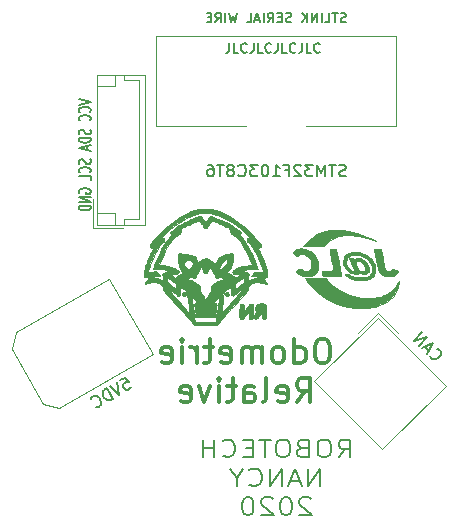
<source format=gbr>
G04 #@! TF.GenerationSoftware,KiCad,Pcbnew,(5.1.5)-3*
G04 #@! TF.CreationDate,2020-04-04T17:30:31+02:00*
G04 #@! TF.ProjectId,carteOdometrie,63617274-654f-4646-9f6d-65747269652e,rev?*
G04 #@! TF.SameCoordinates,Original*
G04 #@! TF.FileFunction,Legend,Bot*
G04 #@! TF.FilePolarity,Positive*
%FSLAX46Y46*%
G04 Gerber Fmt 4.6, Leading zero omitted, Abs format (unit mm)*
G04 Created by KiCad (PCBNEW (5.1.5)-3) date 2020-04-04 17:30:31*
%MOMM*%
%LPD*%
G04 APERTURE LIST*
%ADD10C,0.150000*%
%ADD11C,0.200000*%
%ADD12C,0.300000*%
%ADD13C,0.120000*%
%ADD14C,0.010000*%
G04 APERTURE END LIST*
D10*
X-3995238Y18838095D02*
X-3995238Y18266666D01*
X-4033333Y18152380D01*
X-4109523Y18076190D01*
X-4223809Y18038095D01*
X-4300000Y18038095D01*
X-3233333Y18038095D02*
X-3614285Y18038095D01*
X-3614285Y18838095D01*
X-2509523Y18114285D02*
X-2547619Y18076190D01*
X-2661904Y18038095D01*
X-2738095Y18038095D01*
X-2852380Y18076190D01*
X-2928571Y18152380D01*
X-2966666Y18228571D01*
X-3004761Y18380952D01*
X-3004761Y18495238D01*
X-2966666Y18647619D01*
X-2928571Y18723809D01*
X-2852380Y18800000D01*
X-2738095Y18838095D01*
X-2661904Y18838095D01*
X-2547619Y18800000D01*
X-2509523Y18761904D01*
X-1938095Y18838095D02*
X-1938095Y18266666D01*
X-1976190Y18152380D01*
X-2052380Y18076190D01*
X-2166666Y18038095D01*
X-2242857Y18038095D01*
X-1176190Y18038095D02*
X-1557142Y18038095D01*
X-1557142Y18838095D01*
X-452380Y18114285D02*
X-490476Y18076190D01*
X-604761Y18038095D01*
X-680952Y18038095D01*
X-795238Y18076190D01*
X-871428Y18152380D01*
X-909523Y18228571D01*
X-947619Y18380952D01*
X-947619Y18495238D01*
X-909523Y18647619D01*
X-871428Y18723809D01*
X-795238Y18800000D01*
X-680952Y18838095D01*
X-604761Y18838095D01*
X-490476Y18800000D01*
X-452380Y18761904D01*
X119047Y18838095D02*
X119047Y18266666D01*
X80952Y18152380D01*
X4761Y18076190D01*
X-109523Y18038095D01*
X-185714Y18038095D01*
X880952Y18038095D02*
X499999Y18038095D01*
X499999Y18838095D01*
X1604761Y18114285D02*
X1566666Y18076190D01*
X1452380Y18038095D01*
X1376190Y18038095D01*
X1261904Y18076190D01*
X1185714Y18152380D01*
X1147619Y18228571D01*
X1109523Y18380952D01*
X1109523Y18495238D01*
X1147619Y18647619D01*
X1185714Y18723809D01*
X1261904Y18800000D01*
X1376190Y18838095D01*
X1452380Y18838095D01*
X1566666Y18800000D01*
X1604761Y18761904D01*
X2176190Y18838095D02*
X2176190Y18266666D01*
X2138095Y18152380D01*
X2061904Y18076190D01*
X1947619Y18038095D01*
X1871428Y18038095D01*
X2938095Y18038095D02*
X2557142Y18038095D01*
X2557142Y18838095D01*
X3661904Y18114285D02*
X3623809Y18076190D01*
X3509523Y18038095D01*
X3433333Y18038095D01*
X3319047Y18076190D01*
X3242857Y18152380D01*
X3204761Y18228571D01*
X3166666Y18380952D01*
X3166666Y18495238D01*
X3204761Y18647619D01*
X3242857Y18723809D01*
X3319047Y18800000D01*
X3433333Y18838095D01*
X3509523Y18838095D01*
X3623809Y18800000D01*
X3661904Y18761904D01*
D11*
X5261904Y-16237171D02*
X5828571Y-15522885D01*
X6233333Y-16237171D02*
X6233333Y-14737171D01*
X5585714Y-14737171D01*
X5423809Y-14808600D01*
X5342857Y-14880028D01*
X5261904Y-15022885D01*
X5261904Y-15237171D01*
X5342857Y-15380028D01*
X5423809Y-15451457D01*
X5585714Y-15522885D01*
X6233333Y-15522885D01*
X4209523Y-14737171D02*
X3885714Y-14737171D01*
X3723809Y-14808600D01*
X3561904Y-14951457D01*
X3480952Y-15237171D01*
X3480952Y-15737171D01*
X3561904Y-16022885D01*
X3723809Y-16165742D01*
X3885714Y-16237171D01*
X4209523Y-16237171D01*
X4371428Y-16165742D01*
X4533333Y-16022885D01*
X4614285Y-15737171D01*
X4614285Y-15237171D01*
X4533333Y-14951457D01*
X4371428Y-14808600D01*
X4209523Y-14737171D01*
X2185714Y-15451457D02*
X1942857Y-15522885D01*
X1861904Y-15594314D01*
X1780952Y-15737171D01*
X1780952Y-15951457D01*
X1861904Y-16094314D01*
X1942857Y-16165742D01*
X2104761Y-16237171D01*
X2752380Y-16237171D01*
X2752380Y-14737171D01*
X2185714Y-14737171D01*
X2023809Y-14808600D01*
X1942857Y-14880028D01*
X1861904Y-15022885D01*
X1861904Y-15165742D01*
X1942857Y-15308600D01*
X2023809Y-15380028D01*
X2185714Y-15451457D01*
X2752380Y-15451457D01*
X728571Y-14737171D02*
X404761Y-14737171D01*
X242857Y-14808600D01*
X80952Y-14951457D01*
X0Y-15237171D01*
X0Y-15737171D01*
X80952Y-16022885D01*
X242857Y-16165742D01*
X404761Y-16237171D01*
X728571Y-16237171D01*
X890476Y-16165742D01*
X1052380Y-16022885D01*
X1133333Y-15737171D01*
X1133333Y-15237171D01*
X1052380Y-14951457D01*
X890476Y-14808600D01*
X728571Y-14737171D01*
X-485714Y-14737171D02*
X-1457142Y-14737171D01*
X-971428Y-16237171D02*
X-971428Y-14737171D01*
X-2023809Y-15451457D02*
X-2590476Y-15451457D01*
X-2833333Y-16237171D02*
X-2023809Y-16237171D01*
X-2023809Y-14737171D01*
X-2833333Y-14737171D01*
X-4533333Y-16094314D02*
X-4452380Y-16165742D01*
X-4209523Y-16237171D01*
X-4047619Y-16237171D01*
X-3804761Y-16165742D01*
X-3642857Y-16022885D01*
X-3561904Y-15880028D01*
X-3480952Y-15594314D01*
X-3480952Y-15380028D01*
X-3561904Y-15094314D01*
X-3642857Y-14951457D01*
X-3804761Y-14808600D01*
X-4047619Y-14737171D01*
X-4209523Y-14737171D01*
X-4452380Y-14808600D01*
X-4533333Y-14880028D01*
X-5261904Y-16237171D02*
X-5261904Y-14737171D01*
X-5261904Y-15451457D02*
X-6233333Y-15451457D01*
X-6233333Y-16237171D02*
X-6233333Y-14737171D01*
X3683333Y-18687171D02*
X3683333Y-17187171D01*
X2711904Y-18687171D01*
X2711904Y-17187171D01*
X1983333Y-18258600D02*
X1173809Y-18258600D01*
X2145238Y-18687171D02*
X1578571Y-17187171D01*
X1011904Y-18687171D01*
X445238Y-18687171D02*
X445238Y-17187171D01*
X-526190Y-18687171D01*
X-526190Y-17187171D01*
X-2307142Y-18544314D02*
X-2226190Y-18615742D01*
X-1983333Y-18687171D01*
X-1821428Y-18687171D01*
X-1578571Y-18615742D01*
X-1416666Y-18472885D01*
X-1335714Y-18330028D01*
X-1254761Y-18044314D01*
X-1254761Y-17830028D01*
X-1335714Y-17544314D01*
X-1416666Y-17401457D01*
X-1578571Y-17258600D01*
X-1821428Y-17187171D01*
X-1983333Y-17187171D01*
X-2226190Y-17258600D01*
X-2307142Y-17330028D01*
X-3359523Y-17972885D02*
X-3359523Y-18687171D01*
X-2792857Y-17187171D02*
X-3359523Y-17972885D01*
X-3926190Y-17187171D01*
X2914285Y-19780028D02*
X2833333Y-19708600D01*
X2671428Y-19637171D01*
X2266666Y-19637171D01*
X2104761Y-19708600D01*
X2023809Y-19780028D01*
X1942857Y-19922885D01*
X1942857Y-20065742D01*
X2023809Y-20280028D01*
X2995238Y-21137171D01*
X1942857Y-21137171D01*
X890476Y-19637171D02*
X728571Y-19637171D01*
X566666Y-19708600D01*
X485714Y-19780028D01*
X404761Y-19922885D01*
X323809Y-20208600D01*
X323809Y-20565742D01*
X404761Y-20851457D01*
X485714Y-20994314D01*
X566666Y-21065742D01*
X728571Y-21137171D01*
X890476Y-21137171D01*
X1052380Y-21065742D01*
X1133333Y-20994314D01*
X1214285Y-20851457D01*
X1295238Y-20565742D01*
X1295238Y-20208600D01*
X1214285Y-19922885D01*
X1133333Y-19780028D01*
X1052380Y-19708600D01*
X890476Y-19637171D01*
X-323809Y-19780028D02*
X-404761Y-19708600D01*
X-566666Y-19637171D01*
X-971428Y-19637171D01*
X-1133333Y-19708600D01*
X-1214285Y-19780028D01*
X-1295238Y-19922885D01*
X-1295238Y-20065742D01*
X-1214285Y-20280028D01*
X-242857Y-21137171D01*
X-1295238Y-21137171D01*
X-2347619Y-19637171D02*
X-2509523Y-19637171D01*
X-2671428Y-19708600D01*
X-2752380Y-19780028D01*
X-2833333Y-19922885D01*
X-2914285Y-20208600D01*
X-2914285Y-20565742D01*
X-2833333Y-20851457D01*
X-2752380Y-20994314D01*
X-2671428Y-21065742D01*
X-2509523Y-21137171D01*
X-2347619Y-21137171D01*
X-2185714Y-21065742D01*
X-2104761Y-20994314D01*
X-2023809Y-20851457D01*
X-1942857Y-20565742D01*
X-1942857Y-20208600D01*
X-2023809Y-19922885D01*
X-2104761Y-19780028D01*
X-2185714Y-19708600D01*
X-2347619Y-19637171D01*
D10*
X5880952Y7595238D02*
X5738095Y7547619D01*
X5500000Y7547619D01*
X5404761Y7595238D01*
X5357142Y7642857D01*
X5309523Y7738095D01*
X5309523Y7833333D01*
X5357142Y7928571D01*
X5404761Y7976190D01*
X5500000Y8023809D01*
X5690476Y8071428D01*
X5785714Y8119047D01*
X5833333Y8166666D01*
X5880952Y8261904D01*
X5880952Y8357142D01*
X5833333Y8452380D01*
X5785714Y8500000D01*
X5690476Y8547619D01*
X5452380Y8547619D01*
X5309523Y8500000D01*
X5023809Y8547619D02*
X4452380Y8547619D01*
X4738095Y7547619D02*
X4738095Y8547619D01*
X4119047Y7547619D02*
X4119047Y8547619D01*
X3785714Y7833333D01*
X3452380Y8547619D01*
X3452380Y7547619D01*
X3071428Y8547619D02*
X2452380Y8547619D01*
X2785714Y8166666D01*
X2642857Y8166666D01*
X2547619Y8119047D01*
X2500000Y8071428D01*
X2452380Y7976190D01*
X2452380Y7738095D01*
X2500000Y7642857D01*
X2547619Y7595238D01*
X2642857Y7547619D01*
X2928571Y7547619D01*
X3023809Y7595238D01*
X3071428Y7642857D01*
X2071428Y8452380D02*
X2023809Y8500000D01*
X1928571Y8547619D01*
X1690476Y8547619D01*
X1595238Y8500000D01*
X1547619Y8452380D01*
X1500000Y8357142D01*
X1500000Y8261904D01*
X1547619Y8119047D01*
X2119047Y7547619D01*
X1500000Y7547619D01*
X738095Y8071428D02*
X1071428Y8071428D01*
X1071428Y7547619D02*
X1071428Y8547619D01*
X595238Y8547619D01*
X-309523Y7547619D02*
X261904Y7547619D01*
X-23809Y7547619D02*
X-23809Y8547619D01*
X71428Y8404761D01*
X166666Y8309523D01*
X261904Y8261904D01*
X-928571Y8547619D02*
X-1023809Y8547619D01*
X-1119047Y8500000D01*
X-1166666Y8452380D01*
X-1214285Y8357142D01*
X-1261904Y8166666D01*
X-1261904Y7928571D01*
X-1214285Y7738095D01*
X-1166666Y7642857D01*
X-1119047Y7595238D01*
X-1023809Y7547619D01*
X-928571Y7547619D01*
X-833333Y7595238D01*
X-785714Y7642857D01*
X-738095Y7738095D01*
X-690476Y7928571D01*
X-690476Y8166666D01*
X-738095Y8357142D01*
X-785714Y8452380D01*
X-833333Y8500000D01*
X-928571Y8547619D01*
X-1595238Y8547619D02*
X-2214285Y8547619D01*
X-1880952Y8166666D01*
X-2023809Y8166666D01*
X-2119047Y8119047D01*
X-2166666Y8071428D01*
X-2214285Y7976190D01*
X-2214285Y7738095D01*
X-2166666Y7642857D01*
X-2119047Y7595238D01*
X-2023809Y7547619D01*
X-1738095Y7547619D01*
X-1642857Y7595238D01*
X-1595238Y7642857D01*
X-3214285Y7642857D02*
X-3166666Y7595238D01*
X-3023809Y7547619D01*
X-2928571Y7547619D01*
X-2785714Y7595238D01*
X-2690476Y7690476D01*
X-2642857Y7785714D01*
X-2595238Y7976190D01*
X-2595238Y8119047D01*
X-2642857Y8309523D01*
X-2690476Y8404761D01*
X-2785714Y8500000D01*
X-2928571Y8547619D01*
X-3023809Y8547619D01*
X-3166666Y8500000D01*
X-3214285Y8452380D01*
X-3785714Y8119047D02*
X-3690476Y8166666D01*
X-3642857Y8214285D01*
X-3595238Y8309523D01*
X-3595238Y8357142D01*
X-3642857Y8452380D01*
X-3690476Y8500000D01*
X-3785714Y8547619D01*
X-3976190Y8547619D01*
X-4071428Y8500000D01*
X-4119047Y8452380D01*
X-4166666Y8357142D01*
X-4166666Y8309523D01*
X-4119047Y8214285D01*
X-4071428Y8166666D01*
X-3976190Y8119047D01*
X-3785714Y8119047D01*
X-3690476Y8071428D01*
X-3642857Y8023809D01*
X-3595238Y7928571D01*
X-3595238Y7738095D01*
X-3642857Y7642857D01*
X-3690476Y7595238D01*
X-3785714Y7547619D01*
X-3976190Y7547619D01*
X-4071428Y7595238D01*
X-4119047Y7642857D01*
X-4166666Y7738095D01*
X-4166666Y7928571D01*
X-4119047Y8023809D01*
X-4071428Y8071428D01*
X-3976190Y8119047D01*
X-4452380Y8547619D02*
X-5023809Y8547619D01*
X-4738095Y7547619D02*
X-4738095Y8547619D01*
X-5785714Y8547619D02*
X-5595238Y8547619D01*
X-5499999Y8500000D01*
X-5452380Y8452380D01*
X-5357142Y8309523D01*
X-5309523Y8119047D01*
X-5309523Y7738095D01*
X-5357142Y7642857D01*
X-5404761Y7595238D01*
X-5499999Y7547619D01*
X-5690476Y7547619D01*
X-5785714Y7595238D01*
X-5833333Y7642857D01*
X-5880952Y7738095D01*
X-5880952Y7976190D01*
X-5833333Y8071428D01*
X-5785714Y8119047D01*
X-5690476Y8166666D01*
X-5499999Y8166666D01*
X-5404761Y8119047D01*
X-5357142Y8071428D01*
X-5309523Y7976190D01*
D12*
X4098085Y-6246361D02*
X3717133Y-6246361D01*
X3526657Y-6341600D01*
X3336180Y-6532076D01*
X3240942Y-6913028D01*
X3240942Y-7579695D01*
X3336180Y-7960647D01*
X3526657Y-8151123D01*
X3717133Y-8246361D01*
X4098085Y-8246361D01*
X4288561Y-8151123D01*
X4479038Y-7960647D01*
X4574276Y-7579695D01*
X4574276Y-6913028D01*
X4479038Y-6532076D01*
X4288561Y-6341600D01*
X4098085Y-6246361D01*
X1526657Y-8246361D02*
X1526657Y-6246361D01*
X1526657Y-8151123D02*
X1717133Y-8246361D01*
X2098085Y-8246361D01*
X2288561Y-8151123D01*
X2383799Y-8055885D01*
X2479038Y-7865409D01*
X2479038Y-7293980D01*
X2383799Y-7103504D01*
X2288561Y-7008266D01*
X2098085Y-6913028D01*
X1717133Y-6913028D01*
X1526657Y-7008266D01*
X288561Y-8246361D02*
X479038Y-8151123D01*
X574276Y-8055885D01*
X669514Y-7865409D01*
X669514Y-7293980D01*
X574276Y-7103504D01*
X479038Y-7008266D01*
X288561Y-6913028D01*
X2847Y-6913028D01*
X-187628Y-7008266D01*
X-282866Y-7103504D01*
X-378104Y-7293980D01*
X-378104Y-7865409D01*
X-282866Y-8055885D01*
X-187628Y-8151123D01*
X2847Y-8246361D01*
X288561Y-8246361D01*
X-1235247Y-8246361D02*
X-1235247Y-6913028D01*
X-1235247Y-7103504D02*
X-1330485Y-7008266D01*
X-1520961Y-6913028D01*
X-1806676Y-6913028D01*
X-1997152Y-7008266D01*
X-2092390Y-7198742D01*
X-2092390Y-8246361D01*
X-2092390Y-7198742D02*
X-2187628Y-7008266D01*
X-2378104Y-6913028D01*
X-2663819Y-6913028D01*
X-2854295Y-7008266D01*
X-2949533Y-7198742D01*
X-2949533Y-8246361D01*
X-4663819Y-8151123D02*
X-4473342Y-8246361D01*
X-4092390Y-8246361D01*
X-3901914Y-8151123D01*
X-3806676Y-7960647D01*
X-3806676Y-7198742D01*
X-3901914Y-7008266D01*
X-4092390Y-6913028D01*
X-4473342Y-6913028D01*
X-4663819Y-7008266D01*
X-4759057Y-7198742D01*
X-4759057Y-7389219D01*
X-3806676Y-7579695D01*
X-5330485Y-6913028D02*
X-6092390Y-6913028D01*
X-5616200Y-6246361D02*
X-5616200Y-7960647D01*
X-5711438Y-8151123D01*
X-5901914Y-8246361D01*
X-6092390Y-8246361D01*
X-6759057Y-8246361D02*
X-6759057Y-6913028D01*
X-6759057Y-7293980D02*
X-6854295Y-7103504D01*
X-6949533Y-7008266D01*
X-7140009Y-6913028D01*
X-7330485Y-6913028D01*
X-7997152Y-8246361D02*
X-7997152Y-6913028D01*
X-7997152Y-6246361D02*
X-7901914Y-6341600D01*
X-7997152Y-6436838D01*
X-8092390Y-6341600D01*
X-7997152Y-6246361D01*
X-7997152Y-6436838D01*
X-9711438Y-8151123D02*
X-9520961Y-8246361D01*
X-9140009Y-8246361D01*
X-8949533Y-8151123D01*
X-8854295Y-7960647D01*
X-8854295Y-7198742D01*
X-8949533Y-7008266D01*
X-9140009Y-6913028D01*
X-9520961Y-6913028D01*
X-9711438Y-7008266D01*
X-9806676Y-7198742D01*
X-9806676Y-7389219D01*
X-8854295Y-7579695D01*
X1717133Y-11546361D02*
X2383800Y-10593980D01*
X2859990Y-11546361D02*
X2859990Y-9546361D01*
X2098085Y-9546361D01*
X1907609Y-9641600D01*
X1812371Y-9736838D01*
X1717133Y-9927314D01*
X1717133Y-10213028D01*
X1812371Y-10403504D01*
X1907609Y-10498742D01*
X2098085Y-10593980D01*
X2859990Y-10593980D01*
X98085Y-11451123D02*
X288561Y-11546361D01*
X669514Y-11546361D01*
X859990Y-11451123D01*
X955228Y-11260647D01*
X955228Y-10498742D01*
X859990Y-10308266D01*
X669514Y-10213028D01*
X288561Y-10213028D01*
X98085Y-10308266D01*
X2847Y-10498742D01*
X2847Y-10689219D01*
X955228Y-10879695D01*
X-1140009Y-11546361D02*
X-949533Y-11451123D01*
X-854295Y-11260647D01*
X-854295Y-9546361D01*
X-2759057Y-11546361D02*
X-2759057Y-10498742D01*
X-2663819Y-10308266D01*
X-2473342Y-10213028D01*
X-2092390Y-10213028D01*
X-1901914Y-10308266D01*
X-2759057Y-11451123D02*
X-2568580Y-11546361D01*
X-2092390Y-11546361D01*
X-1901914Y-11451123D01*
X-1806676Y-11260647D01*
X-1806676Y-11070171D01*
X-1901914Y-10879695D01*
X-2092390Y-10784457D01*
X-2568580Y-10784457D01*
X-2759057Y-10689219D01*
X-3425723Y-10213028D02*
X-4187628Y-10213028D01*
X-3711438Y-9546361D02*
X-3711438Y-11260647D01*
X-3806676Y-11451123D01*
X-3997152Y-11546361D01*
X-4187628Y-11546361D01*
X-4854295Y-11546361D02*
X-4854295Y-10213028D01*
X-4854295Y-9546361D02*
X-4759057Y-9641600D01*
X-4854295Y-9736838D01*
X-4949533Y-9641600D01*
X-4854295Y-9546361D01*
X-4854295Y-9736838D01*
X-5616200Y-10213028D02*
X-6092390Y-11546361D01*
X-6568580Y-10213028D01*
X-8092390Y-11451123D02*
X-7901914Y-11546361D01*
X-7520961Y-11546361D01*
X-7330485Y-11451123D01*
X-7235247Y-11260647D01*
X-7235247Y-10498742D01*
X-7330485Y-10308266D01*
X-7520961Y-10213028D01*
X-7901914Y-10213028D01*
X-8092390Y-10308266D01*
X-8187628Y-10498742D01*
X-8187628Y-10689219D01*
X-7235247Y-10879695D01*
D13*
X-15487800Y3149800D02*
X-15487800Y5649800D01*
X-12987800Y3149800D02*
X-15487800Y3149800D01*
X-13687800Y15169800D02*
X-15187800Y15169800D01*
X-13687800Y16169800D02*
X-13687800Y15169800D01*
X-13687800Y4449800D02*
X-15187800Y4449800D01*
X-13687800Y3449800D02*
X-13687800Y4449800D01*
X-12877800Y15669800D02*
X-12877800Y16169800D01*
X-11667800Y15669800D02*
X-12877800Y15669800D01*
X-11667800Y3949800D02*
X-11667800Y15669800D01*
X-12877800Y3949800D02*
X-11667800Y3949800D01*
X-12877800Y3449800D02*
X-12877800Y3949800D01*
X-11167800Y16169800D02*
X-11167800Y3449800D01*
X-15187800Y16169800D02*
X-11167800Y16169800D01*
X-15187800Y3449800D02*
X-15187800Y16169800D01*
X-11167800Y3449800D02*
X-15187800Y3449800D01*
D14*
G36*
X4906695Y3037522D02*
G01*
X4554155Y3005153D01*
X4214963Y2942911D01*
X3889665Y2850765D01*
X3578806Y2728680D01*
X3282934Y2576622D01*
X3202056Y2528180D01*
X2974080Y2371912D01*
X2759676Y2194797D01*
X2564701Y2002344D01*
X2395013Y1800061D01*
X2327609Y1706033D01*
X2273040Y1625600D01*
X4066627Y1625600D01*
X4147991Y1739900D01*
X4303129Y1928936D01*
X4482592Y2094611D01*
X4685779Y2236496D01*
X4912092Y2354161D01*
X5109816Y2430706D01*
X5250221Y2474155D01*
X5384918Y2507646D01*
X5521386Y2532211D01*
X5667103Y2548881D01*
X5829546Y2558690D01*
X6016195Y2562668D01*
X6067733Y2562872D01*
X6380413Y2554435D01*
X6690449Y2527780D01*
X7003072Y2481950D01*
X7323511Y2415986D01*
X7656996Y2328932D01*
X8008755Y2219829D01*
X8089208Y2192740D01*
X8187256Y2159304D01*
X8275978Y2129077D01*
X8349724Y2103983D01*
X8402843Y2085944D01*
X8429685Y2076883D01*
X8429933Y2076800D01*
X8425708Y2080520D01*
X8394917Y2097227D01*
X8341381Y2124953D01*
X8268918Y2161730D01*
X8181350Y2205590D01*
X8142066Y2225114D01*
X7702387Y2430513D01*
X7271690Y2606308D01*
X6850521Y2752466D01*
X6439425Y2868953D01*
X6038949Y2955736D01*
X5649638Y3012780D01*
X5272038Y3040054D01*
X4906695Y3037522D01*
G37*
X4906695Y3037522D02*
X4554155Y3005153D01*
X4214963Y2942911D01*
X3889665Y2850765D01*
X3578806Y2728680D01*
X3282934Y2576622D01*
X3202056Y2528180D01*
X2974080Y2371912D01*
X2759676Y2194797D01*
X2564701Y2002344D01*
X2395013Y1800061D01*
X2327609Y1706033D01*
X2273040Y1625600D01*
X4066627Y1625600D01*
X4147991Y1739900D01*
X4303129Y1928936D01*
X4482592Y2094611D01*
X4685779Y2236496D01*
X4912092Y2354161D01*
X5109816Y2430706D01*
X5250221Y2474155D01*
X5384918Y2507646D01*
X5521386Y2532211D01*
X5667103Y2548881D01*
X5829546Y2558690D01*
X6016195Y2562668D01*
X6067733Y2562872D01*
X6380413Y2554435D01*
X6690449Y2527780D01*
X7003072Y2481950D01*
X7323511Y2415986D01*
X7656996Y2328932D01*
X8008755Y2219829D01*
X8089208Y2192740D01*
X8187256Y2159304D01*
X8275978Y2129077D01*
X8349724Y2103983D01*
X8402843Y2085944D01*
X8429685Y2076883D01*
X8429933Y2076800D01*
X8425708Y2080520D01*
X8394917Y2097227D01*
X8341381Y2124953D01*
X8268918Y2161730D01*
X8181350Y2205590D01*
X8142066Y2225114D01*
X7702387Y2430513D01*
X7271690Y2606308D01*
X6850521Y2752466D01*
X6439425Y2868953D01*
X6038949Y2955736D01*
X5649638Y3012780D01*
X5272038Y3040054D01*
X4906695Y3037522D01*
G36*
X4683596Y1405320D02*
G01*
X4610243Y1404434D01*
X4560719Y1402137D01*
X4530006Y1397757D01*
X4513085Y1390622D01*
X4504937Y1380062D01*
X4501029Y1367367D01*
X4502414Y1343751D01*
X4509943Y1290223D01*
X4523029Y1210058D01*
X4541084Y1106535D01*
X4563519Y982930D01*
X4589748Y842522D01*
X4619182Y688587D01*
X4651234Y524403D01*
X4661573Y472123D01*
X4694427Y306141D01*
X4725190Y150017D01*
X4753245Y6940D01*
X4777974Y-119903D01*
X4798757Y-227324D01*
X4814976Y-312136D01*
X4826014Y-371151D01*
X4831250Y-401182D01*
X4831600Y-404177D01*
X4820501Y-410323D01*
X4785849Y-415177D01*
X4725611Y-418823D01*
X4637756Y-421342D01*
X4520251Y-422818D01*
X4371063Y-423331D01*
X4359540Y-423334D01*
X4218502Y-423541D01*
X4107572Y-424300D01*
X4022996Y-425814D01*
X3961016Y-428286D01*
X3917876Y-431919D01*
X3889822Y-436917D01*
X3873096Y-443483D01*
X3865262Y-450105D01*
X3855729Y-472196D01*
X3853360Y-509864D01*
X3858571Y-567106D01*
X3871778Y-647917D01*
X3893401Y-756291D01*
X3900915Y-791634D01*
X3920006Y-880534D01*
X4695463Y-880534D01*
X4885682Y-880348D01*
X5044547Y-879745D01*
X5174567Y-878657D01*
X5278252Y-877013D01*
X5358113Y-874744D01*
X5416660Y-871782D01*
X5456402Y-868057D01*
X5479850Y-863501D01*
X5489060Y-858676D01*
X5490921Y-843923D01*
X5488056Y-808655D01*
X5480202Y-751403D01*
X5467098Y-670702D01*
X5448479Y-565083D01*
X5424082Y-433081D01*
X5393645Y-273227D01*
X5356905Y-84056D01*
X5313599Y135899D01*
X5284142Y284324D01*
X5061083Y1405467D01*
X4785797Y1405467D01*
X4683596Y1405320D01*
G37*
X4683596Y1405320D02*
X4610243Y1404434D01*
X4560719Y1402137D01*
X4530006Y1397757D01*
X4513085Y1390622D01*
X4504937Y1380062D01*
X4501029Y1367367D01*
X4502414Y1343751D01*
X4509943Y1290223D01*
X4523029Y1210058D01*
X4541084Y1106535D01*
X4563519Y982930D01*
X4589748Y842522D01*
X4619182Y688587D01*
X4651234Y524403D01*
X4661573Y472123D01*
X4694427Y306141D01*
X4725190Y150017D01*
X4753245Y6940D01*
X4777974Y-119903D01*
X4798757Y-227324D01*
X4814976Y-312136D01*
X4826014Y-371151D01*
X4831250Y-401182D01*
X4831600Y-404177D01*
X4820501Y-410323D01*
X4785849Y-415177D01*
X4725611Y-418823D01*
X4637756Y-421342D01*
X4520251Y-422818D01*
X4371063Y-423331D01*
X4359540Y-423334D01*
X4218502Y-423541D01*
X4107572Y-424300D01*
X4022996Y-425814D01*
X3961016Y-428286D01*
X3917876Y-431919D01*
X3889822Y-436917D01*
X3873096Y-443483D01*
X3865262Y-450105D01*
X3855729Y-472196D01*
X3853360Y-509864D01*
X3858571Y-567106D01*
X3871778Y-647917D01*
X3893401Y-756291D01*
X3900915Y-791634D01*
X3920006Y-880534D01*
X4695463Y-880534D01*
X4885682Y-880348D01*
X5044547Y-879745D01*
X5174567Y-878657D01*
X5278252Y-877013D01*
X5358113Y-874744D01*
X5416660Y-871782D01*
X5456402Y-868057D01*
X5479850Y-863501D01*
X5489060Y-858676D01*
X5490921Y-843923D01*
X5488056Y-808655D01*
X5480202Y-751403D01*
X5467098Y-670702D01*
X5448479Y-565083D01*
X5424082Y-433081D01*
X5393645Y-273227D01*
X5356905Y-84056D01*
X5313599Y135899D01*
X5284142Y284324D01*
X5061083Y1405467D01*
X4785797Y1405467D01*
X4683596Y1405320D01*
G36*
X1902597Y1428236D02*
G01*
X1738990Y1381656D01*
X1591551Y1309418D01*
X1464196Y1212714D01*
X1439702Y1188727D01*
X1375204Y1122595D01*
X1524369Y989584D01*
X1587072Y933730D01*
X1643836Y883272D01*
X1687950Y844170D01*
X1710974Y823887D01*
X1734300Y805512D01*
X1753140Y802717D01*
X1777971Y817887D01*
X1811802Y846855D01*
X1865167Y886643D01*
X1930971Y926394D01*
X1966502Y944314D01*
X2016866Y965232D01*
X2062014Y976976D01*
X2114012Y981308D01*
X2184927Y979990D01*
X2204634Y979099D01*
X2290786Y972466D01*
X2358130Y959891D01*
X2421629Y937939D01*
X2461226Y920204D01*
X2600202Y836126D01*
X2719810Y725323D01*
X2818128Y590101D01*
X2893233Y432761D01*
X2911139Y381000D01*
X2949100Y228332D01*
X2964941Y82667D01*
X2959108Y-51676D01*
X2932045Y-170377D01*
X2884198Y-269116D01*
X2838491Y-324125D01*
X2765117Y-385134D01*
X2690911Y-424103D01*
X2604218Y-445863D01*
X2525889Y-453684D01*
X2371867Y-446624D01*
X2221965Y-406591D01*
X2074715Y-333172D01*
X2056143Y-321447D01*
X2000771Y-288569D01*
X1953574Y-265748D01*
X1923749Y-257350D01*
X1921598Y-257552D01*
X1900723Y-272542D01*
X1865159Y-309135D01*
X1820167Y-361569D01*
X1778314Y-414456D01*
X1662525Y-566065D01*
X1718829Y-613834D01*
X1799186Y-673377D01*
X1899815Y-735296D01*
X2008389Y-792789D01*
X2112579Y-839059D01*
X2155388Y-854619D01*
X2350869Y-905699D01*
X2540972Y-926486D01*
X2733829Y-917740D01*
X2773679Y-912481D01*
X2947318Y-872866D01*
X3105317Y-808069D01*
X3244332Y-720351D01*
X3361020Y-611974D01*
X3452039Y-485198D01*
X3477492Y-436309D01*
X3517272Y-340445D01*
X3543108Y-246296D01*
X3556594Y-144088D01*
X3559323Y-24047D01*
X3556924Y50800D01*
X3530734Y273280D01*
X3474358Y483053D01*
X3389783Y677988D01*
X3278996Y855951D01*
X3143985Y1014810D01*
X2986736Y1152432D01*
X2809238Y1266686D01*
X2613477Y1355438D01*
X2401442Y1416556D01*
X2262645Y1439640D01*
X2078454Y1447962D01*
X1902597Y1428236D01*
G37*
X1902597Y1428236D02*
X1738990Y1381656D01*
X1591551Y1309418D01*
X1464196Y1212714D01*
X1439702Y1188727D01*
X1375204Y1122595D01*
X1524369Y989584D01*
X1587072Y933730D01*
X1643836Y883272D01*
X1687950Y844170D01*
X1710974Y823887D01*
X1734300Y805512D01*
X1753140Y802717D01*
X1777971Y817887D01*
X1811802Y846855D01*
X1865167Y886643D01*
X1930971Y926394D01*
X1966502Y944314D01*
X2016866Y965232D01*
X2062014Y976976D01*
X2114012Y981308D01*
X2184927Y979990D01*
X2204634Y979099D01*
X2290786Y972466D01*
X2358130Y959891D01*
X2421629Y937939D01*
X2461226Y920204D01*
X2600202Y836126D01*
X2719810Y725323D01*
X2818128Y590101D01*
X2893233Y432761D01*
X2911139Y381000D01*
X2949100Y228332D01*
X2964941Y82667D01*
X2959108Y-51676D01*
X2932045Y-170377D01*
X2884198Y-269116D01*
X2838491Y-324125D01*
X2765117Y-385134D01*
X2690911Y-424103D01*
X2604218Y-445863D01*
X2525889Y-453684D01*
X2371867Y-446624D01*
X2221965Y-406591D01*
X2074715Y-333172D01*
X2056143Y-321447D01*
X2000771Y-288569D01*
X1953574Y-265748D01*
X1923749Y-257350D01*
X1921598Y-257552D01*
X1900723Y-272542D01*
X1865159Y-309135D01*
X1820167Y-361569D01*
X1778314Y-414456D01*
X1662525Y-566065D01*
X1718829Y-613834D01*
X1799186Y-673377D01*
X1899815Y-735296D01*
X2008389Y-792789D01*
X2112579Y-839059D01*
X2155388Y-854619D01*
X2350869Y-905699D01*
X2540972Y-926486D01*
X2733829Y-917740D01*
X2773679Y-912481D01*
X2947318Y-872866D01*
X3105317Y-808069D01*
X3244332Y-720351D01*
X3361020Y-611974D01*
X3452039Y-485198D01*
X3477492Y-436309D01*
X3517272Y-340445D01*
X3543108Y-246296D01*
X3556594Y-144088D01*
X3559323Y-24047D01*
X3556924Y50800D01*
X3530734Y273280D01*
X3474358Y483053D01*
X3389783Y677988D01*
X3278996Y855951D01*
X3143985Y1014810D01*
X2986736Y1152432D01*
X2809238Y1266686D01*
X2613477Y1355438D01*
X2401442Y1416556D01*
X2262645Y1439640D01*
X2078454Y1447962D01*
X1902597Y1428236D01*
G36*
X8272811Y1354667D02*
G01*
X8275126Y1329893D01*
X8283600Y1275393D01*
X8297595Y1194616D01*
X8316470Y1091013D01*
X8339587Y968034D01*
X8366306Y829130D01*
X8395988Y677750D01*
X8427140Y521592D01*
X8464995Y334142D01*
X8497198Y176696D01*
X8524529Y46005D01*
X8547765Y-61178D01*
X8567685Y-148100D01*
X8585067Y-218008D01*
X8600690Y-274151D01*
X8615331Y-319777D01*
X8629768Y-358131D01*
X8644781Y-392463D01*
X8647659Y-398581D01*
X8712167Y-509109D01*
X8796781Y-617076D01*
X8893141Y-713443D01*
X8992886Y-789173D01*
X9027864Y-809565D01*
X9167796Y-867901D01*
X9325923Y-906593D01*
X9491883Y-924198D01*
X9655312Y-919278D01*
X9733800Y-907735D01*
X9886426Y-863782D01*
X10019102Y-795233D01*
X10129289Y-703814D01*
X10214447Y-591251D01*
X10223761Y-574761D01*
X10243503Y-539379D01*
X10255872Y-512757D01*
X10257638Y-490994D01*
X10245566Y-470187D01*
X10216425Y-446435D01*
X10166982Y-415836D01*
X10094003Y-374487D01*
X10026529Y-336689D01*
X9945057Y-291702D01*
X9886737Y-263426D01*
X9845474Y-251489D01*
X9815176Y-255519D01*
X9789751Y-275145D01*
X9763107Y-309997D01*
X9756109Y-320210D01*
X9707748Y-381833D01*
X9657714Y-420647D01*
X9596351Y-441315D01*
X9513998Y-448498D01*
X9489868Y-448734D01*
X9420352Y-447471D01*
X9373468Y-441814D01*
X9338021Y-428955D01*
X9302813Y-406088D01*
X9294391Y-399745D01*
X9268508Y-378305D01*
X9245429Y-354157D01*
X9224305Y-324464D01*
X9204288Y-286389D01*
X9184530Y-237098D01*
X9164182Y-173753D01*
X9142396Y-93519D01*
X9118324Y6441D01*
X9091117Y128963D01*
X9059927Y276883D01*
X9023906Y453036D01*
X8992124Y610797D01*
X8834350Y1397000D01*
X8277533Y1397000D01*
X8272811Y1354667D01*
G37*
X8272811Y1354667D02*
X8275126Y1329893D01*
X8283600Y1275393D01*
X8297595Y1194616D01*
X8316470Y1091013D01*
X8339587Y968034D01*
X8366306Y829130D01*
X8395988Y677750D01*
X8427140Y521592D01*
X8464995Y334142D01*
X8497198Y176696D01*
X8524529Y46005D01*
X8547765Y-61178D01*
X8567685Y-148100D01*
X8585067Y-218008D01*
X8600690Y-274151D01*
X8615331Y-319777D01*
X8629768Y-358131D01*
X8644781Y-392463D01*
X8647659Y-398581D01*
X8712167Y-509109D01*
X8796781Y-617076D01*
X8893141Y-713443D01*
X8992886Y-789173D01*
X9027864Y-809565D01*
X9167796Y-867901D01*
X9325923Y-906593D01*
X9491883Y-924198D01*
X9655312Y-919278D01*
X9733800Y-907735D01*
X9886426Y-863782D01*
X10019102Y-795233D01*
X10129289Y-703814D01*
X10214447Y-591251D01*
X10223761Y-574761D01*
X10243503Y-539379D01*
X10255872Y-512757D01*
X10257638Y-490994D01*
X10245566Y-470187D01*
X10216425Y-446435D01*
X10166982Y-415836D01*
X10094003Y-374487D01*
X10026529Y-336689D01*
X9945057Y-291702D01*
X9886737Y-263426D01*
X9845474Y-251489D01*
X9815176Y-255519D01*
X9789751Y-275145D01*
X9763107Y-309997D01*
X9756109Y-320210D01*
X9707748Y-381833D01*
X9657714Y-420647D01*
X9596351Y-441315D01*
X9513998Y-448498D01*
X9489868Y-448734D01*
X9420352Y-447471D01*
X9373468Y-441814D01*
X9338021Y-428955D01*
X9302813Y-406088D01*
X9294391Y-399745D01*
X9268508Y-378305D01*
X9245429Y-354157D01*
X9224305Y-324464D01*
X9204288Y-286389D01*
X9184530Y-237098D01*
X9164182Y-173753D01*
X9142396Y-93519D01*
X9118324Y6441D01*
X9091117Y128963D01*
X9059927Y276883D01*
X9023906Y453036D01*
X8992124Y610797D01*
X8834350Y1397000D01*
X8277533Y1397000D01*
X8272811Y1354667D01*
G36*
X6573220Y1124619D02*
G01*
X6479590Y1122766D01*
X6406953Y1118746D01*
X6348882Y1112108D01*
X6298951Y1102404D01*
X6270933Y1095121D01*
X6098690Y1033382D01*
X5954540Y952818D01*
X5838288Y853230D01*
X5749743Y734418D01*
X5688709Y596181D01*
X5657990Y461004D01*
X5651758Y303515D01*
X5676326Y146657D01*
X5728725Y-6377D01*
X5805984Y-152394D01*
X5905134Y-288203D01*
X6023205Y-410611D01*
X6157228Y-516426D01*
X6304232Y-602455D01*
X6461249Y-665505D01*
X6625308Y-702386D01*
X6748197Y-710950D01*
X6839334Y-706929D01*
X6903947Y-692888D01*
X6948479Y-666568D01*
X6976520Y-630850D01*
X7003374Y-584060D01*
X7118803Y-641356D01*
X7244260Y-689177D01*
X7370191Y-710576D01*
X7491678Y-706494D01*
X7603807Y-677867D01*
X7701661Y-625635D01*
X7780324Y-550736D01*
X7808233Y-509747D01*
X7833907Y-459268D01*
X7847580Y-410054D01*
X7852526Y-347710D01*
X7852787Y-313825D01*
X7845163Y-241497D01*
X7487561Y-241497D01*
X7484298Y-330253D01*
X7465476Y-388030D01*
X7422393Y-439233D01*
X7359910Y-476143D01*
X7294240Y-490404D01*
X7258617Y-486063D01*
X7205212Y-474216D01*
X7168613Y-464161D01*
X7081592Y-422812D01*
X6995493Y-354057D01*
X6914648Y-264185D01*
X6843391Y-159486D01*
X6786054Y-46249D01*
X6746969Y69238D01*
X6730903Y171204D01*
X6728238Y233305D01*
X6731320Y273115D01*
X6743700Y302134D01*
X6768932Y331867D01*
X6785763Y348883D01*
X6820687Y381993D01*
X6849391Y399716D01*
X6884070Y405943D01*
X6936920Y404563D01*
X6956531Y403350D01*
X7023047Y396258D01*
X7075022Y381303D01*
X7128187Y352872D01*
X7163701Y329411D01*
X7245867Y259878D01*
X7320142Y172048D01*
X7383989Y71958D01*
X7434867Y-34354D01*
X7470238Y-140852D01*
X7487561Y-241497D01*
X7845163Y-241497D01*
X7836556Y-159859D01*
X7788668Y-9904D01*
X7708477Y137403D01*
X7595334Y283421D01*
X7540475Y342006D01*
X7466811Y414278D01*
X7405058Y467340D01*
X7345816Y508301D01*
X7279682Y544270D01*
X7261136Y553237D01*
X7192525Y584269D01*
X7136963Y603912D01*
X7081319Y615261D01*
X7012458Y621417D01*
X6962039Y623798D01*
X6880761Y625974D01*
X6823292Y623924D01*
X6779706Y616406D01*
X6740075Y602178D01*
X6721945Y593769D01*
X6670507Y562803D01*
X6628870Y527340D01*
X6617662Y513473D01*
X6589053Y469810D01*
X6552261Y535471D01*
X6515468Y601133D01*
X6333465Y605944D01*
X6151463Y610755D01*
X6174841Y555144D01*
X6187525Y525595D01*
X6211843Y469510D01*
X6245841Y391374D01*
X6287565Y295672D01*
X6335060Y186890D01*
X6386372Y69514D01*
X6397221Y44716D01*
X6454718Y-87183D01*
X6499592Y-191607D01*
X6533077Y-271983D01*
X6556409Y-331739D01*
X6570825Y-374299D01*
X6577559Y-403092D01*
X6577848Y-421543D01*
X6572927Y-433079D01*
X6570513Y-435811D01*
X6530491Y-453358D01*
X6474378Y-446970D01*
X6406388Y-419814D01*
X6330736Y-375059D01*
X6251638Y-315872D01*
X6173309Y-245421D01*
X6099963Y-166874D01*
X6035817Y-83399D01*
X5985084Y1836D01*
X5983228Y5571D01*
X5926466Y150783D01*
X5901508Y288135D01*
X5906872Y416016D01*
X5941077Y532812D01*
X6002641Y636912D01*
X6090082Y726703D01*
X6201920Y800573D01*
X6336671Y856910D01*
X6492855Y894101D01*
X6668990Y910535D01*
X6812800Y908297D01*
X7037531Y881527D01*
X7246095Y829062D01*
X7436067Y751908D01*
X7605024Y651069D01*
X7750543Y527552D01*
X7763870Y513826D01*
X7869824Y386545D01*
X7960463Y245367D01*
X8033453Y96309D01*
X8086457Y-54614D01*
X8117141Y-201386D01*
X8123169Y-337993D01*
X8117005Y-395856D01*
X8079045Y-540763D01*
X8015051Y-666101D01*
X7924185Y-772692D01*
X7805608Y-861358D01*
X7658484Y-932919D01*
X7524000Y-977218D01*
X7446769Y-991966D01*
X7343854Y-1002240D01*
X7223128Y-1008119D01*
X7092465Y-1009684D01*
X6959741Y-1007013D01*
X6832829Y-1000186D01*
X6719603Y-989284D01*
X6627939Y-974384D01*
X6601133Y-967894D01*
X6468973Y-924740D01*
X6338710Y-869612D01*
X6221568Y-807723D01*
X6141702Y-754465D01*
X6100993Y-724822D01*
X6067274Y-706954D01*
X6029665Y-697889D01*
X5977286Y-694655D01*
X5921365Y-694267D01*
X5856930Y-695852D01*
X5807858Y-700077D01*
X5781989Y-706146D01*
X5779866Y-708623D01*
X5791994Y-728259D01*
X5824240Y-763459D01*
X5870401Y-808476D01*
X5924274Y-857565D01*
X5979656Y-904978D01*
X6030343Y-944971D01*
X6050800Y-959583D01*
X6229698Y-1062680D01*
X6431556Y-1145098D01*
X6650995Y-1204698D01*
X6683935Y-1211315D01*
X6781481Y-1225544D01*
X6901734Y-1236261D01*
X7033807Y-1243106D01*
X7166811Y-1245717D01*
X7289859Y-1243733D01*
X7392062Y-1236794D01*
X7405467Y-1235235D01*
X7624704Y-1196592D01*
X7815918Y-1138931D01*
X7979110Y-1062253D01*
X8114281Y-966557D01*
X8221432Y-851840D01*
X8300565Y-718103D01*
X8351681Y-565343D01*
X8374781Y-393561D01*
X8376247Y-328823D01*
X8358707Y-136209D01*
X8307743Y58938D01*
X8251766Y197668D01*
X8194528Y312696D01*
X8135281Y410595D01*
X8066102Y502822D01*
X7979067Y600839D01*
X7956899Y624148D01*
X7790545Y776291D01*
X7609016Y900815D01*
X7408590Y999879D01*
X7185548Y1075641D01*
X7171885Y1079353D01*
X7108928Y1095420D01*
X7052902Y1107115D01*
X6996296Y1115153D01*
X6931599Y1120248D01*
X6851302Y1123113D01*
X6747892Y1124462D01*
X6694267Y1124755D01*
X6573220Y1124619D01*
G37*
X6573220Y1124619D02*
X6479590Y1122766D01*
X6406953Y1118746D01*
X6348882Y1112108D01*
X6298951Y1102404D01*
X6270933Y1095121D01*
X6098690Y1033382D01*
X5954540Y952818D01*
X5838288Y853230D01*
X5749743Y734418D01*
X5688709Y596181D01*
X5657990Y461004D01*
X5651758Y303515D01*
X5676326Y146657D01*
X5728725Y-6377D01*
X5805984Y-152394D01*
X5905134Y-288203D01*
X6023205Y-410611D01*
X6157228Y-516426D01*
X6304232Y-602455D01*
X6461249Y-665505D01*
X6625308Y-702386D01*
X6748197Y-710950D01*
X6839334Y-706929D01*
X6903947Y-692888D01*
X6948479Y-666568D01*
X6976520Y-630850D01*
X7003374Y-584060D01*
X7118803Y-641356D01*
X7244260Y-689177D01*
X7370191Y-710576D01*
X7491678Y-706494D01*
X7603807Y-677867D01*
X7701661Y-625635D01*
X7780324Y-550736D01*
X7808233Y-509747D01*
X7833907Y-459268D01*
X7847580Y-410054D01*
X7852526Y-347710D01*
X7852787Y-313825D01*
X7845163Y-241497D01*
X7487561Y-241497D01*
X7484298Y-330253D01*
X7465476Y-388030D01*
X7422393Y-439233D01*
X7359910Y-476143D01*
X7294240Y-490404D01*
X7258617Y-486063D01*
X7205212Y-474216D01*
X7168613Y-464161D01*
X7081592Y-422812D01*
X6995493Y-354057D01*
X6914648Y-264185D01*
X6843391Y-159486D01*
X6786054Y-46249D01*
X6746969Y69238D01*
X6730903Y171204D01*
X6728238Y233305D01*
X6731320Y273115D01*
X6743700Y302134D01*
X6768932Y331867D01*
X6785763Y348883D01*
X6820687Y381993D01*
X6849391Y399716D01*
X6884070Y405943D01*
X6936920Y404563D01*
X6956531Y403350D01*
X7023047Y396258D01*
X7075022Y381303D01*
X7128187Y352872D01*
X7163701Y329411D01*
X7245867Y259878D01*
X7320142Y172048D01*
X7383989Y71958D01*
X7434867Y-34354D01*
X7470238Y-140852D01*
X7487561Y-241497D01*
X7845163Y-241497D01*
X7836556Y-159859D01*
X7788668Y-9904D01*
X7708477Y137403D01*
X7595334Y283421D01*
X7540475Y342006D01*
X7466811Y414278D01*
X7405058Y467340D01*
X7345816Y508301D01*
X7279682Y544270D01*
X7261136Y553237D01*
X7192525Y584269D01*
X7136963Y603912D01*
X7081319Y615261D01*
X7012458Y621417D01*
X6962039Y623798D01*
X6880761Y625974D01*
X6823292Y623924D01*
X6779706Y616406D01*
X6740075Y602178D01*
X6721945Y593769D01*
X6670507Y562803D01*
X6628870Y527340D01*
X6617662Y513473D01*
X6589053Y469810D01*
X6552261Y535471D01*
X6515468Y601133D01*
X6333465Y605944D01*
X6151463Y610755D01*
X6174841Y555144D01*
X6187525Y525595D01*
X6211843Y469510D01*
X6245841Y391374D01*
X6287565Y295672D01*
X6335060Y186890D01*
X6386372Y69514D01*
X6397221Y44716D01*
X6454718Y-87183D01*
X6499592Y-191607D01*
X6533077Y-271983D01*
X6556409Y-331739D01*
X6570825Y-374299D01*
X6577559Y-403092D01*
X6577848Y-421543D01*
X6572927Y-433079D01*
X6570513Y-435811D01*
X6530491Y-453358D01*
X6474378Y-446970D01*
X6406388Y-419814D01*
X6330736Y-375059D01*
X6251638Y-315872D01*
X6173309Y-245421D01*
X6099963Y-166874D01*
X6035817Y-83399D01*
X5985084Y1836D01*
X5983228Y5571D01*
X5926466Y150783D01*
X5901508Y288135D01*
X5906872Y416016D01*
X5941077Y532812D01*
X6002641Y636912D01*
X6090082Y726703D01*
X6201920Y800573D01*
X6336671Y856910D01*
X6492855Y894101D01*
X6668990Y910535D01*
X6812800Y908297D01*
X7037531Y881527D01*
X7246095Y829062D01*
X7436067Y751908D01*
X7605024Y651069D01*
X7750543Y527552D01*
X7763870Y513826D01*
X7869824Y386545D01*
X7960463Y245367D01*
X8033453Y96309D01*
X8086457Y-54614D01*
X8117141Y-201386D01*
X8123169Y-337993D01*
X8117005Y-395856D01*
X8079045Y-540763D01*
X8015051Y-666101D01*
X7924185Y-772692D01*
X7805608Y-861358D01*
X7658484Y-932919D01*
X7524000Y-977218D01*
X7446769Y-991966D01*
X7343854Y-1002240D01*
X7223128Y-1008119D01*
X7092465Y-1009684D01*
X6959741Y-1007013D01*
X6832829Y-1000186D01*
X6719603Y-989284D01*
X6627939Y-974384D01*
X6601133Y-967894D01*
X6468973Y-924740D01*
X6338710Y-869612D01*
X6221568Y-807723D01*
X6141702Y-754465D01*
X6100993Y-724822D01*
X6067274Y-706954D01*
X6029665Y-697889D01*
X5977286Y-694655D01*
X5921365Y-694267D01*
X5856930Y-695852D01*
X5807858Y-700077D01*
X5781989Y-706146D01*
X5779866Y-708623D01*
X5791994Y-728259D01*
X5824240Y-763459D01*
X5870401Y-808476D01*
X5924274Y-857565D01*
X5979656Y-904978D01*
X6030343Y-944971D01*
X6050800Y-959583D01*
X6229698Y-1062680D01*
X6431556Y-1145098D01*
X6650995Y-1204698D01*
X6683935Y-1211315D01*
X6781481Y-1225544D01*
X6901734Y-1236261D01*
X7033807Y-1243106D01*
X7166811Y-1245717D01*
X7289859Y-1243733D01*
X7392062Y-1236794D01*
X7405467Y-1235235D01*
X7624704Y-1196592D01*
X7815918Y-1138931D01*
X7979110Y-1062253D01*
X8114281Y-966557D01*
X8221432Y-851840D01*
X8300565Y-718103D01*
X8351681Y-565343D01*
X8374781Y-393561D01*
X8376247Y-328823D01*
X8358707Y-136209D01*
X8307743Y58938D01*
X8251766Y197668D01*
X8194528Y312696D01*
X8135281Y410595D01*
X8066102Y502822D01*
X7979067Y600839D01*
X7956899Y624148D01*
X7790545Y776291D01*
X7609016Y900815D01*
X7408590Y999879D01*
X7185548Y1075641D01*
X7171885Y1079353D01*
X7108928Y1095420D01*
X7052902Y1107115D01*
X6996296Y1115153D01*
X6931599Y1120248D01*
X6851302Y1123113D01*
X6747892Y1124462D01*
X6694267Y1124755D01*
X6573220Y1124619D01*
G36*
X2479007Y-1147234D02*
G01*
X2678755Y-1450688D01*
X2908073Y-1740309D01*
X3164961Y-2014516D01*
X3447417Y-2271730D01*
X3753441Y-2510373D01*
X4081030Y-2728864D01*
X4428185Y-2925625D01*
X4792903Y-3099077D01*
X5113549Y-3226394D01*
X5391548Y-3319781D01*
X5679501Y-3402668D01*
X5972288Y-3474195D01*
X6264791Y-3533501D01*
X6551888Y-3579722D01*
X6828463Y-3611998D01*
X7089394Y-3629468D01*
X7329563Y-3631269D01*
X7473200Y-3623539D01*
X7787341Y-3589447D01*
X8080287Y-3540025D01*
X8361953Y-3473325D01*
X8595739Y-3402964D01*
X8894127Y-3290085D01*
X9167385Y-3156378D01*
X9414929Y-3002306D01*
X9636176Y-2828334D01*
X9830543Y-2634924D01*
X9997444Y-2422541D01*
X10136298Y-2191649D01*
X10147689Y-2169403D01*
X10191938Y-2070669D01*
X10237717Y-1949443D01*
X10281509Y-1816719D01*
X10319802Y-1683495D01*
X10349080Y-1560767D01*
X10358983Y-1508316D01*
X10374070Y-1413788D01*
X10381887Y-1351041D01*
X10382020Y-1318687D01*
X10374053Y-1315341D01*
X10357571Y-1339617D01*
X10332156Y-1390129D01*
X10326885Y-1401295D01*
X10228811Y-1580871D01*
X10104363Y-1761772D01*
X9959865Y-1936515D01*
X9801644Y-2097619D01*
X9636028Y-2237600D01*
X9592925Y-2269336D01*
X9361731Y-2414077D01*
X9110338Y-2532793D01*
X8838395Y-2625569D01*
X8545548Y-2692487D01*
X8231446Y-2733634D01*
X7895736Y-2749092D01*
X7608493Y-2742877D01*
X7211027Y-2710420D01*
X6828213Y-2653469D01*
X6461485Y-2572699D01*
X6112280Y-2468786D01*
X5782032Y-2342405D01*
X5472177Y-2194231D01*
X5184150Y-2024938D01*
X4919387Y-1835203D01*
X4679322Y-1625700D01*
X4465392Y-1397104D01*
X4306061Y-1189567D01*
X4232266Y-1083734D01*
X2441238Y-1083734D01*
X2479007Y-1147234D01*
G37*
X2479007Y-1147234D02*
X2678755Y-1450688D01*
X2908073Y-1740309D01*
X3164961Y-2014516D01*
X3447417Y-2271730D01*
X3753441Y-2510373D01*
X4081030Y-2728864D01*
X4428185Y-2925625D01*
X4792903Y-3099077D01*
X5113549Y-3226394D01*
X5391548Y-3319781D01*
X5679501Y-3402668D01*
X5972288Y-3474195D01*
X6264791Y-3533501D01*
X6551888Y-3579722D01*
X6828463Y-3611998D01*
X7089394Y-3629468D01*
X7329563Y-3631269D01*
X7473200Y-3623539D01*
X7787341Y-3589447D01*
X8080287Y-3540025D01*
X8361953Y-3473325D01*
X8595739Y-3402964D01*
X8894127Y-3290085D01*
X9167385Y-3156378D01*
X9414929Y-3002306D01*
X9636176Y-2828334D01*
X9830543Y-2634924D01*
X9997444Y-2422541D01*
X10136298Y-2191649D01*
X10147689Y-2169403D01*
X10191938Y-2070669D01*
X10237717Y-1949443D01*
X10281509Y-1816719D01*
X10319802Y-1683495D01*
X10349080Y-1560767D01*
X10358983Y-1508316D01*
X10374070Y-1413788D01*
X10381887Y-1351041D01*
X10382020Y-1318687D01*
X10374053Y-1315341D01*
X10357571Y-1339617D01*
X10332156Y-1390129D01*
X10326885Y-1401295D01*
X10228811Y-1580871D01*
X10104363Y-1761772D01*
X9959865Y-1936515D01*
X9801644Y-2097619D01*
X9636028Y-2237600D01*
X9592925Y-2269336D01*
X9361731Y-2414077D01*
X9110338Y-2532793D01*
X8838395Y-2625569D01*
X8545548Y-2692487D01*
X8231446Y-2733634D01*
X7895736Y-2749092D01*
X7608493Y-2742877D01*
X7211027Y-2710420D01*
X6828213Y-2653469D01*
X6461485Y-2572699D01*
X6112280Y-2468786D01*
X5782032Y-2342405D01*
X5472177Y-2194231D01*
X5184150Y-2024938D01*
X4919387Y-1835203D01*
X4679322Y-1625700D01*
X4465392Y-1397104D01*
X4306061Y-1189567D01*
X4232266Y-1083734D01*
X2441238Y-1083734D01*
X2479007Y-1147234D01*
G36*
X-6217094Y4779386D02*
G01*
X-6368301Y4771337D01*
X-6498979Y4758759D01*
X-6548261Y4751690D01*
X-6868086Y4684219D01*
X-7191643Y4585453D01*
X-7519425Y4455131D01*
X-7851925Y4292993D01*
X-8189633Y4098779D01*
X-8533044Y3872226D01*
X-8882649Y3613076D01*
X-9217333Y3339548D01*
X-9399552Y3178580D01*
X-9592392Y2998193D01*
X-9789749Y2804665D01*
X-9985519Y2604276D01*
X-10173600Y2403305D01*
X-10347888Y2208032D01*
X-10502282Y2024736D01*
X-10536194Y1982601D01*
X-10613137Y1883982D01*
X-10668830Y1806208D01*
X-10704648Y1744927D01*
X-10721967Y1695784D01*
X-10722164Y1654427D01*
X-10706614Y1616501D01*
X-10676693Y1577653D01*
X-10667367Y1567540D01*
X-10605170Y1520681D01*
X-10539609Y1505966D01*
X-10474627Y1523875D01*
X-10448846Y1540934D01*
X-10416274Y1564343D01*
X-10396210Y1574766D01*
X-10395714Y1574801D01*
X-10399678Y1560668D01*
X-10417104Y1521596D01*
X-10445606Y1462574D01*
X-10482796Y1388590D01*
X-10511195Y1333501D01*
X-10561381Y1234359D01*
X-10617053Y1119830D01*
X-10675424Y996087D01*
X-10733706Y869304D01*
X-10789110Y745653D01*
X-10838849Y631308D01*
X-10880135Y532441D01*
X-10910181Y455226D01*
X-10918422Y431800D01*
X-10934555Y384807D01*
X-10959189Y314449D01*
X-10989331Y229220D01*
X-11021987Y137612D01*
X-11031857Y110067D01*
X-11098937Y-83757D01*
X-11151332Y-251181D01*
X-11189942Y-395874D01*
X-11215669Y-521501D01*
X-11229413Y-631732D01*
X-11232400Y-706460D01*
X-11228990Y-808926D01*
X-11216696Y-883720D01*
X-11192417Y-936537D01*
X-11153051Y-973074D01*
X-11095498Y-999027D01*
X-11068732Y-1007155D01*
X-11030850Y-1006757D01*
X-10970631Y-993629D01*
X-10896143Y-969951D01*
X-10820539Y-940114D01*
X-10820050Y-949170D01*
X-10836527Y-982164D01*
X-10867657Y-1035192D01*
X-10911123Y-1104350D01*
X-10964612Y-1185734D01*
X-10977821Y-1205375D01*
X-11050195Y-1314371D01*
X-11102989Y-1398730D01*
X-11137079Y-1460809D01*
X-11153335Y-1502964D01*
X-11152631Y-1527553D01*
X-11135840Y-1536933D01*
X-11103835Y-1533460D01*
X-11098871Y-1532256D01*
X-11051312Y-1520827D01*
X-10979950Y-1504394D01*
X-10894100Y-1485038D01*
X-10803076Y-1464843D01*
X-10716194Y-1445890D01*
X-10642767Y-1430261D01*
X-10639733Y-1429628D01*
X-10493397Y-1410026D01*
X-10341167Y-1409003D01*
X-10191850Y-1425500D01*
X-10054251Y-1458458D01*
X-9937176Y-1506821D01*
X-9920733Y-1516037D01*
X-9864519Y-1556270D01*
X-9800678Y-1613113D01*
X-9736988Y-1678349D01*
X-9681231Y-1743760D01*
X-9641186Y-1801127D01*
X-9629890Y-1823249D01*
X-9615538Y-1875296D01*
X-9607454Y-1938948D01*
X-9606800Y-1959681D01*
X-9606800Y-2040850D01*
X-8319866Y-3477018D01*
X-8124242Y-3695617D01*
X-7941654Y-3900231D01*
X-7773022Y-4089810D01*
X-7619266Y-4263305D01*
X-7481303Y-4419667D01*
X-7360053Y-4557846D01*
X-7256436Y-4676793D01*
X-7171370Y-4775459D01*
X-7105774Y-4852795D01*
X-7060567Y-4907750D01*
X-7036669Y-4939276D01*
X-7032933Y-4946388D01*
X-7023849Y-4984913D01*
X-7005585Y-5021329D01*
X-6978238Y-5063066D01*
X-5038695Y-5063066D01*
X-5011347Y-5021329D01*
X-4991036Y-4979300D01*
X-4984000Y-4946388D01*
X-4972775Y-4928815D01*
X-4939713Y-4887208D01*
X-4885733Y-4822618D01*
X-4811755Y-4736094D01*
X-4718696Y-4628685D01*
X-4607477Y-4501441D01*
X-4479016Y-4355410D01*
X-4334232Y-4191642D01*
X-4174045Y-4011187D01*
X-3999373Y-3815093D01*
X-3811135Y-3604411D01*
X-3697066Y-3477018D01*
X-2410133Y-2040850D01*
X-2410133Y-1959681D01*
X-2404355Y-1887100D01*
X-2399102Y-1870186D01*
X-2748799Y-1870186D01*
X-2754929Y-1884947D01*
X-2773981Y-1913167D01*
X-2806949Y-1955999D01*
X-2854828Y-2014598D01*
X-2918611Y-2090115D01*
X-2999293Y-2183705D01*
X-3097867Y-2296520D01*
X-3215328Y-2429713D01*
X-3352670Y-2584439D01*
X-3510887Y-2761849D01*
X-3690352Y-2962404D01*
X-3834336Y-3122895D01*
X-3971967Y-3275918D01*
X-4101556Y-3419619D01*
X-4221415Y-3552143D01*
X-4329856Y-3671637D01*
X-4425191Y-3776247D01*
X-4505732Y-3864118D01*
X-4569791Y-3933396D01*
X-4615679Y-3982227D01*
X-4641708Y-4008757D01*
X-4647086Y-4013200D01*
X-4659868Y-3999213D01*
X-4662067Y-3983566D01*
X-4659970Y-3961421D01*
X-4654025Y-3908960D01*
X-4644630Y-3829463D01*
X-4632184Y-3726214D01*
X-4617086Y-3602495D01*
X-4599736Y-3461589D01*
X-4580533Y-3306776D01*
X-4559874Y-3141340D01*
X-4553489Y-3090419D01*
X-4495563Y-2628884D01*
X-4838880Y-2628884D01*
X-4840919Y-2650066D01*
X-4844445Y-2675695D01*
X-4851745Y-2731841D01*
X-4862429Y-2815410D01*
X-4876106Y-2923309D01*
X-4892387Y-3052446D01*
X-4910882Y-3199727D01*
X-4931201Y-3362059D01*
X-4952954Y-3536350D01*
X-4975164Y-3714789D01*
X-4997814Y-3896200D01*
X-5019386Y-4067439D01*
X-5039499Y-4225584D01*
X-5057772Y-4367709D01*
X-5073825Y-4490891D01*
X-5087276Y-4592206D01*
X-5097744Y-4668730D01*
X-5104847Y-4717541D01*
X-5108206Y-4735713D01*
X-5108229Y-4735740D01*
X-5126332Y-4738679D01*
X-5172776Y-4743052D01*
X-5242083Y-4748511D01*
X-5328776Y-4754711D01*
X-5427376Y-4761303D01*
X-5532404Y-4767940D01*
X-5638383Y-4774276D01*
X-5739834Y-4779963D01*
X-5831280Y-4784654D01*
X-5907241Y-4788001D01*
X-5957666Y-4789575D01*
X-6003233Y-4789133D01*
X-6076494Y-4786804D01*
X-6171349Y-4782854D01*
X-6281693Y-4777553D01*
X-6401426Y-4771167D01*
X-6481074Y-4766582D01*
X-6596918Y-4759478D01*
X-6701116Y-4752645D01*
X-6789043Y-4746421D01*
X-6856075Y-4741145D01*
X-6897588Y-4737159D01*
X-6909307Y-4735137D01*
X-6912487Y-4717642D01*
X-6919426Y-4669455D01*
X-6929742Y-4593498D01*
X-6943058Y-4492692D01*
X-6958993Y-4369958D01*
X-6977169Y-4228219D01*
X-6997206Y-4070395D01*
X-7007496Y-3988627D01*
X-7358028Y-3988627D01*
X-7358955Y-4003296D01*
X-7361435Y-4010536D01*
X-7365205Y-4012965D01*
X-7369855Y-4013200D01*
X-7383488Y-4000913D01*
X-7417738Y-3965457D01*
X-7470681Y-3908935D01*
X-7540392Y-3833452D01*
X-7624945Y-3741114D01*
X-7722415Y-3634024D01*
X-7830878Y-3514286D01*
X-7948409Y-3384007D01*
X-8073083Y-3245290D01*
X-8116820Y-3196507D01*
X-8243774Y-3054537D01*
X-8364161Y-2919356D01*
X-8476048Y-2793174D01*
X-8577496Y-2678201D01*
X-8666572Y-2576646D01*
X-8741340Y-2490717D01*
X-8799863Y-2422624D01*
X-8840207Y-2374577D01*
X-8860435Y-2348784D01*
X-8862337Y-2345607D01*
X-8877959Y-2321870D01*
X-8912323Y-2278219D01*
X-8961260Y-2219678D01*
X-9020599Y-2151275D01*
X-9063638Y-2102944D01*
X-9138704Y-2017496D01*
X-9195197Y-1949008D01*
X-9232431Y-1898772D01*
X-9249717Y-1868086D01*
X-9246370Y-1858245D01*
X-9221701Y-1870545D01*
X-9175024Y-1906281D01*
X-9162300Y-1916936D01*
X-9006453Y-2048214D01*
X-8863442Y-2167165D01*
X-8735097Y-2272334D01*
X-8623247Y-2362264D01*
X-8529723Y-2435500D01*
X-8456355Y-2490586D01*
X-8404971Y-2526065D01*
X-8379245Y-2539962D01*
X-8328975Y-2549764D01*
X-8279837Y-2540139D01*
X-8261442Y-2532976D01*
X-8227595Y-2515452D01*
X-8201271Y-2491714D01*
X-8181267Y-2457371D01*
X-8166383Y-2408033D01*
X-8155413Y-2339309D01*
X-8147157Y-2246807D01*
X-8140412Y-2126137D01*
X-8138518Y-2084129D01*
X-8125133Y-1776293D01*
X-7904999Y-1952944D01*
X-7826588Y-2016065D01*
X-7753166Y-2075532D01*
X-7690695Y-2126489D01*
X-7645133Y-2164084D01*
X-7628344Y-2178249D01*
X-7571822Y-2226905D01*
X-7463443Y-3090419D01*
X-7438433Y-3289736D01*
X-7417367Y-3458066D01*
X-7399979Y-3598027D01*
X-7386004Y-3712237D01*
X-7375176Y-3803313D01*
X-7367230Y-3873872D01*
X-7361900Y-3926532D01*
X-7358921Y-3963911D01*
X-7358028Y-3988627D01*
X-7007496Y-3988627D01*
X-7018725Y-3899409D01*
X-7041347Y-3718180D01*
X-7041768Y-3714789D01*
X-7064543Y-3531820D01*
X-7086265Y-3357794D01*
X-7106542Y-3195804D01*
X-7124986Y-3048944D01*
X-7141206Y-2920306D01*
X-7154813Y-2812983D01*
X-7165415Y-2730070D01*
X-7172625Y-2674658D01*
X-7176013Y-2650066D01*
X-7178033Y-2628618D01*
X-7172452Y-2622283D01*
X-7155467Y-2633566D01*
X-7123273Y-2664975D01*
X-7073206Y-2717799D01*
X-7016203Y-2780672D01*
X-6947728Y-2859226D01*
X-6877219Y-2942502D01*
X-6825297Y-3005643D01*
X-6688404Y-3174954D01*
X-6768597Y-3186425D01*
X-6852161Y-3207058D01*
X-6908889Y-3242952D01*
X-6943633Y-3297415D01*
X-6947589Y-3308414D01*
X-6958097Y-3360084D01*
X-6948846Y-3408787D01*
X-6942067Y-3426184D01*
X-6920445Y-3467719D01*
X-6892250Y-3496316D01*
X-6851462Y-3514031D01*
X-6792057Y-3522921D01*
X-6708013Y-3525043D01*
X-6654994Y-3524211D01*
X-6557213Y-3523986D01*
X-6489125Y-3529197D01*
X-6446866Y-3540690D01*
X-6426575Y-3559312D01*
X-6423333Y-3575006D01*
X-6439099Y-3581098D01*
X-6481743Y-3585980D01*
X-6544280Y-3589072D01*
X-6601677Y-3589866D01*
X-6711696Y-3592707D01*
X-6793367Y-3602405D01*
X-6851825Y-3620726D01*
X-6892202Y-3649435D01*
X-6919634Y-3690296D01*
X-6924310Y-3700776D01*
X-6940188Y-3752892D01*
X-6936770Y-3799660D01*
X-6930656Y-3820518D01*
X-6915979Y-3858187D01*
X-6897102Y-3886442D01*
X-6869380Y-3906544D01*
X-6828170Y-3919755D01*
X-6768826Y-3927337D01*
X-6686706Y-3930551D01*
X-6577164Y-3930660D01*
X-6527108Y-3930145D01*
X-6226466Y-3926564D01*
X-6206366Y-3970678D01*
X-6191804Y-4005034D01*
X-6186266Y-4022463D01*
X-6202284Y-4024978D01*
X-6246674Y-4027146D01*
X-6313945Y-4028822D01*
X-6398602Y-4029860D01*
X-6474677Y-4030133D01*
X-6601490Y-4031168D01*
X-6699012Y-4035047D01*
X-6771780Y-4042932D01*
X-6824328Y-4055987D01*
X-6861190Y-4075373D01*
X-6886902Y-4102253D01*
X-6905998Y-4137790D01*
X-6907376Y-4141042D01*
X-6923255Y-4193159D01*
X-6919837Y-4239927D01*
X-6913722Y-4260785D01*
X-6905697Y-4285150D01*
X-6897182Y-4305601D01*
X-6885343Y-4322480D01*
X-6867345Y-4336130D01*
X-6840354Y-4346893D01*
X-6801536Y-4355112D01*
X-6748057Y-4361128D01*
X-6677082Y-4365285D01*
X-6585778Y-4367924D01*
X-6471310Y-4369389D01*
X-6330843Y-4370021D01*
X-6161544Y-4370163D01*
X-6008466Y-4370154D01*
X-5814836Y-4370156D01*
X-5652238Y-4369934D01*
X-5517838Y-4369145D01*
X-5408802Y-4367447D01*
X-5322295Y-4364498D01*
X-5255483Y-4359955D01*
X-5205533Y-4353475D01*
X-5169609Y-4344717D01*
X-5144878Y-4333337D01*
X-5128505Y-4318994D01*
X-5117656Y-4301345D01*
X-5109496Y-4280047D01*
X-5103210Y-4260785D01*
X-5092765Y-4210376D01*
X-5101181Y-4162840D01*
X-5109556Y-4141042D01*
X-5128319Y-4104763D01*
X-5153334Y-4077233D01*
X-5189138Y-4057290D01*
X-5240263Y-4043771D01*
X-5311246Y-4035515D01*
X-5406621Y-4031358D01*
X-5530923Y-4030138D01*
X-5542256Y-4030133D01*
X-5636818Y-4029707D01*
X-5718361Y-4028526D01*
X-5781393Y-4026737D01*
X-5820420Y-4024486D01*
X-5830666Y-4022463D01*
X-5824386Y-4003123D01*
X-5810566Y-3970678D01*
X-5790466Y-3926564D01*
X-5489824Y-3930145D01*
X-5368582Y-3930891D01*
X-5276535Y-3929012D01*
X-5209039Y-3923247D01*
X-5161450Y-3912335D01*
X-5129123Y-3895014D01*
X-5107416Y-3870023D01*
X-5091683Y-3836099D01*
X-5086277Y-3820518D01*
X-5075832Y-3770109D01*
X-5084248Y-3722574D01*
X-5092623Y-3700776D01*
X-5117953Y-3657088D01*
X-5155132Y-3625930D01*
X-5209293Y-3605537D01*
X-5285571Y-3594144D01*
X-5389099Y-3589985D01*
X-5415256Y-3589866D01*
X-5488363Y-3588552D01*
X-5546961Y-3584999D01*
X-5584068Y-3579789D01*
X-5593600Y-3575006D01*
X-5585114Y-3551481D01*
X-5557083Y-3535616D01*
X-5505644Y-3526564D01*
X-5426936Y-3523480D01*
X-5361939Y-3524211D01*
X-5263350Y-3524697D01*
X-5192405Y-3519441D01*
X-5143081Y-3506386D01*
X-5109356Y-3483475D01*
X-5085208Y-3448652D01*
X-5074865Y-3426184D01*
X-5059486Y-3373962D01*
X-5064184Y-3325557D01*
X-5069343Y-3308414D01*
X-5100926Y-3250570D01*
X-5153694Y-3211840D01*
X-5232496Y-3188917D01*
X-5248335Y-3186425D01*
X-5328528Y-3174954D01*
X-5191635Y-3005643D01*
X-5126362Y-2926543D01*
X-5055510Y-2843325D01*
X-4988517Y-2766949D01*
X-4943726Y-2717799D01*
X-4892905Y-2664199D01*
X-4861027Y-2633184D01*
X-4844286Y-2622248D01*
X-4838880Y-2628884D01*
X-4495563Y-2628884D01*
X-4445110Y-2226905D01*
X-4388588Y-2178249D01*
X-4356088Y-2151045D01*
X-4303088Y-2107555D01*
X-4235549Y-2052633D01*
X-4159429Y-1991132D01*
X-4111933Y-1952944D01*
X-3891800Y-1776293D01*
X-3878415Y-2084129D01*
X-3871887Y-2214032D01*
X-3864206Y-2314460D01*
X-3854170Y-2389802D01*
X-3840576Y-2444452D01*
X-3822222Y-2482799D01*
X-3797905Y-2509234D01*
X-3766423Y-2528149D01*
X-3755490Y-2532976D01*
X-3702536Y-2548900D01*
X-3655003Y-2545083D01*
X-3637430Y-2539878D01*
X-3610704Y-2524635D01*
X-3561773Y-2490287D01*
X-3494264Y-2439634D01*
X-3411803Y-2375476D01*
X-3318016Y-2300610D01*
X-3216528Y-2217837D01*
X-3164749Y-2174959D01*
X-3048704Y-2078663D01*
X-2955954Y-2002497D01*
X-2884008Y-1944636D01*
X-2830374Y-1903254D01*
X-2792561Y-1876527D01*
X-2768079Y-1862629D01*
X-2754436Y-1859734D01*
X-2749142Y-1866019D01*
X-2748799Y-1870186D01*
X-2399102Y-1870186D01*
X-2384272Y-1822440D01*
X-2345762Y-1757140D01*
X-2284701Y-1682639D01*
X-2267778Y-1664107D01*
X-2176714Y-1576011D01*
X-2085793Y-1512430D01*
X-1983097Y-1466230D01*
X-1891021Y-1438656D01*
X-1790510Y-1417129D01*
X-1691861Y-1405722D01*
X-1589396Y-1404916D01*
X-1477439Y-1415191D01*
X-1350313Y-1437026D01*
X-1202340Y-1470902D01*
X-1057409Y-1509115D01*
X-971166Y-1532284D01*
X-896508Y-1551311D01*
X-839497Y-1564732D01*
X-806194Y-1571080D01*
X-800480Y-1571214D01*
X-805799Y-1556561D01*
X-828043Y-1518178D01*
X-864671Y-1460049D01*
X-913142Y-1386155D01*
X-970915Y-1300481D01*
X-1003465Y-1253066D01*
X-1065516Y-1162718D01*
X-1120237Y-1082099D01*
X-1164960Y-1015220D01*
X-1197017Y-966089D01*
X-1213741Y-938714D01*
X-1215512Y-934428D01*
X-1199484Y-938560D01*
X-1162179Y-954731D01*
X-1120960Y-974801D01*
X-1022509Y-1012294D01*
X-934666Y-1020345D01*
X-861221Y-999328D01*
X-820460Y-969656D01*
X-792795Y-928019D01*
X-776198Y-868437D01*
X-768640Y-784930D01*
X-767600Y-723393D01*
X-769672Y-641732D01*
X-773572Y-602500D01*
X-1110456Y-602500D01*
X-1127838Y-600680D01*
X-1169101Y-591412D01*
X-1225592Y-576655D01*
X-1230135Y-575400D01*
X-1318142Y-555306D01*
X-1426938Y-536800D01*
X-1543445Y-521602D01*
X-1654584Y-511434D01*
X-1742219Y-508000D01*
X-1800942Y-513830D01*
X-1853013Y-528417D01*
X-1865653Y-534620D01*
X-1893061Y-559019D01*
X-1933211Y-604955D01*
X-1980420Y-665546D01*
X-2023011Y-725120D01*
X-2135422Y-889000D01*
X-1743668Y-857846D01*
X-1650279Y-958089D01*
X-1556891Y-1058333D01*
X-1708891Y-1069109D01*
X-1794704Y-1077630D01*
X-1883699Y-1090389D01*
X-1958980Y-1104896D01*
X-1970413Y-1107663D01*
X-2043565Y-1130244D01*
X-2128060Y-1162450D01*
X-2213381Y-1199648D01*
X-2289008Y-1237204D01*
X-2344423Y-1270487D01*
X-2350866Y-1275225D01*
X-2364005Y-1284229D01*
X-2373330Y-1284722D01*
X-2379633Y-1272142D01*
X-2383705Y-1241928D01*
X-2384942Y-1217291D01*
X-2731866Y-1217291D01*
X-2731866Y-1419773D01*
X-2790953Y-1439273D01*
X-2819949Y-1455286D01*
X-2870464Y-1490080D01*
X-2938265Y-1540447D01*
X-3019113Y-1603178D01*
X-3108774Y-1675065D01*
X-3183537Y-1736625D01*
X-3273728Y-1811522D01*
X-3354910Y-1878470D01*
X-3423612Y-1934643D01*
X-3476361Y-1977215D01*
X-3509685Y-2003362D01*
X-3520186Y-2010538D01*
X-3522101Y-1993158D01*
X-3525206Y-1948110D01*
X-3529123Y-1881555D01*
X-3533475Y-1799657D01*
X-3535060Y-1767916D01*
X-3546781Y-1529233D01*
X-3338290Y-1392913D01*
X-3243415Y-1331301D01*
X-3144129Y-1267558D01*
X-3045779Y-1205047D01*
X-3004356Y-1178987D01*
X-4307219Y-1178987D01*
X-4409099Y-1171618D01*
X-4504598Y-1174763D01*
X-4619178Y-1194391D01*
X-4744030Y-1227775D01*
X-4870342Y-1272185D01*
X-4989306Y-1324896D01*
X-5091819Y-1382989D01*
X-5241592Y-1485070D01*
X-5361324Y-1575929D01*
X-5452357Y-1657072D01*
X-5516034Y-1730005D01*
X-5553698Y-1796235D01*
X-5566691Y-1857266D01*
X-5559056Y-1907051D01*
X-5534554Y-1954643D01*
X-5501358Y-1990577D01*
X-5499229Y-1992034D01*
X-5458680Y-2018603D01*
X-5534767Y-2122668D01*
X-5596996Y-2211286D01*
X-5669140Y-2319610D01*
X-5745165Y-2438089D01*
X-5819039Y-2557172D01*
X-5884729Y-2667310D01*
X-5933434Y-2753795D01*
X-6007577Y-2891390D01*
X-6105227Y-2715450D01*
X-6158348Y-2622709D01*
X-6220324Y-2519012D01*
X-6281455Y-2420434D01*
X-6310918Y-2374655D01*
X-6362501Y-2296921D01*
X-6415702Y-2218374D01*
X-6463100Y-2149896D01*
X-6488564Y-2114174D01*
X-6558170Y-2018549D01*
X-6517662Y-1992007D01*
X-6473010Y-1944103D01*
X-6451488Y-1880339D01*
X-6456208Y-1812173D01*
X-6463392Y-1792152D01*
X-6489690Y-1742588D01*
X-6526228Y-1694808D01*
X-6578483Y-1642956D01*
X-6651933Y-1581180D01*
X-6685800Y-1554462D01*
X-6718154Y-1530540D01*
X-8467659Y-1530540D01*
X-8478429Y-1682271D01*
X-8483493Y-1764452D01*
X-8487278Y-1846519D01*
X-8489120Y-1913466D01*
X-8489199Y-1925687D01*
X-8489199Y-2017372D01*
X-8539689Y-1981421D01*
X-8571771Y-1954243D01*
X-8586277Y-1933227D01*
X-8586256Y-1930611D01*
X-8597211Y-1914278D01*
X-8630618Y-1881058D01*
X-8681998Y-1834604D01*
X-8746877Y-1778569D01*
X-8820777Y-1716606D01*
X-8899222Y-1652369D01*
X-8977736Y-1589511D01*
X-9051844Y-1531684D01*
X-9117067Y-1482543D01*
X-9168931Y-1445740D01*
X-9202959Y-1424928D01*
X-9209048Y-1422339D01*
X-9268133Y-1402840D01*
X-9268133Y-1217886D01*
X-9267269Y-1143322D01*
X-9264926Y-1083142D01*
X-9261480Y-1044205D01*
X-9258008Y-1032933D01*
X-9238609Y-1041843D01*
X-9194510Y-1067075D01*
X-9129337Y-1106382D01*
X-9046711Y-1157515D01*
X-8950257Y-1218229D01*
X-8843597Y-1286274D01*
X-8730355Y-1359403D01*
X-8702796Y-1377333D01*
X-8467659Y-1530540D01*
X-6718154Y-1530540D01*
X-6838363Y-1441660D01*
X-6973639Y-1354856D01*
X-7094115Y-1292552D01*
X-7170647Y-1262824D01*
X-7290578Y-1224552D01*
X-7385431Y-1197498D01*
X-7461586Y-1180331D01*
X-7525420Y-1171720D01*
X-7583313Y-1170334D01*
X-7607834Y-1171618D01*
X-7709713Y-1178987D01*
X-7670509Y-1128151D01*
X-7618163Y-1083588D01*
X-7540545Y-1046890D01*
X-7445612Y-1019387D01*
X-7341322Y-1002407D01*
X-7235632Y-997279D01*
X-7136502Y-1005330D01*
X-7057258Y-1025777D01*
X-7009127Y-1041510D01*
X-6973448Y-1042678D01*
X-6932157Y-1029409D01*
X-6925631Y-1026713D01*
X-6899634Y-1014709D01*
X-6878610Y-999984D01*
X-6859729Y-977579D01*
X-6840161Y-942537D01*
X-6817075Y-889901D01*
X-6787643Y-814713D01*
X-6754807Y-727459D01*
X-6675776Y-547834D01*
X-6580574Y-385423D01*
X-6473519Y-247339D01*
X-6444918Y-216954D01*
X-6350279Y-120641D01*
X-6320623Y-174620D01*
X-6266124Y-278629D01*
X-6229138Y-361493D01*
X-6207179Y-429399D01*
X-6198657Y-478122D01*
X-6180316Y-562338D01*
X-6143550Y-620470D01*
X-6085594Y-656464D01*
X-6069973Y-661729D01*
X-6008844Y-672854D01*
X-5951140Y-663716D01*
X-5942304Y-660918D01*
X-5880882Y-627592D01*
X-5841077Y-573139D01*
X-5820071Y-493406D01*
X-5818276Y-478122D01*
X-5806757Y-417851D01*
X-5782243Y-347679D01*
X-5742249Y-261420D01*
X-5696309Y-174620D01*
X-5666653Y-120641D01*
X-5572014Y-216954D01*
X-5462633Y-347716D01*
X-5364007Y-504614D01*
X-5280454Y-680536D01*
X-5262125Y-727459D01*
X-5224901Y-826207D01*
X-5196478Y-898106D01*
X-5174024Y-948112D01*
X-5154711Y-981185D01*
X-5135707Y-1002280D01*
X-5114184Y-1016357D01*
X-5091301Y-1026713D01*
X-5048017Y-1041796D01*
X-5012625Y-1042458D01*
X-4967063Y-1028572D01*
X-4959674Y-1025777D01*
X-4873763Y-1004293D01*
X-4773903Y-997224D01*
X-4668050Y-1003240D01*
X-4564163Y-1021012D01*
X-4470199Y-1049213D01*
X-4394116Y-1086514D01*
X-4346423Y-1128151D01*
X-4307219Y-1178987D01*
X-3004356Y-1178987D01*
X-2953715Y-1147129D01*
X-2873284Y-1097167D01*
X-2809835Y-1058522D01*
X-2768716Y-1034557D01*
X-2765266Y-1032683D01*
X-2751183Y-1026633D01*
X-2741743Y-1029788D01*
X-2736019Y-1047274D01*
X-2733083Y-1084216D01*
X-2732009Y-1145738D01*
X-2731866Y-1217291D01*
X-2384942Y-1217291D01*
X-2386338Y-1189517D01*
X-2388324Y-1110349D01*
X-2389442Y-1052922D01*
X-2390277Y-947280D01*
X-2388385Y-868096D01*
X-2383884Y-817820D01*
X-2376969Y-798923D01*
X-2351861Y-784692D01*
X-2323051Y-763448D01*
X-2307638Y-749633D01*
X-2303431Y-737388D01*
X-2314421Y-722694D01*
X-2344598Y-701530D01*
X-2397953Y-669878D01*
X-2439778Y-645882D01*
X-2574731Y-574562D01*
X-2698788Y-522827D01*
X-2824484Y-485808D01*
X-2886467Y-472349D01*
X-2934755Y-461834D01*
X-2960983Y-452252D01*
X-2963092Y-441946D01*
X-2939019Y-429254D01*
X-2886705Y-412519D01*
X-2804089Y-390082D01*
X-2774790Y-382433D01*
X-2637694Y-350431D01*
X-2505184Y-327857D01*
X-2369332Y-314113D01*
X-2222211Y-308599D01*
X-2055894Y-310719D01*
X-1909881Y-317171D01*
X-1806645Y-322476D01*
X-1715510Y-326570D01*
X-1641664Y-329269D01*
X-1590294Y-330387D01*
X-1566589Y-329741D01*
X-1565651Y-329415D01*
X-1569583Y-312530D01*
X-1584106Y-268710D01*
X-1607558Y-202592D01*
X-1638283Y-118816D01*
X-1674620Y-22019D01*
X-1690771Y20393D01*
X-1698034Y38735D01*
X-2058508Y38735D01*
X-2289354Y29313D01*
X-2588569Y1136D01*
X-2877563Y-58942D01*
X-3159189Y-151624D01*
X-3338369Y-229080D01*
X-3468654Y-293049D01*
X-3569328Y-348500D01*
X-3642835Y-397846D01*
X-3691617Y-443502D01*
X-3718118Y-487884D01*
X-3724780Y-533406D01*
X-3714046Y-582482D01*
X-3708990Y-595447D01*
X-3685254Y-640413D01*
X-3659484Y-673334D01*
X-3657693Y-674893D01*
X-3632395Y-684773D01*
X-3579603Y-697790D01*
X-3505404Y-712701D01*
X-3415886Y-728262D01*
X-3337570Y-740308D01*
X-3222738Y-757330D01*
X-3138262Y-770827D01*
X-3080902Y-781541D01*
X-3047417Y-790212D01*
X-3034566Y-797581D01*
X-3039108Y-804388D01*
X-3045133Y-807144D01*
X-3065351Y-818459D01*
X-3107730Y-844286D01*
X-3165994Y-880746D01*
X-3231400Y-922371D01*
X-3298147Y-964755D01*
X-3354214Y-999570D01*
X-3393657Y-1023180D01*
X-3410481Y-1031945D01*
X-3427441Y-1021519D01*
X-3456086Y-994705D01*
X-3460253Y-990330D01*
X-3497277Y-959322D01*
X-3558753Y-917059D01*
X-3638608Y-866956D01*
X-3730768Y-812430D01*
X-3829163Y-756896D01*
X-3927718Y-703770D01*
X-4020362Y-656467D01*
X-4101021Y-618403D01*
X-4163623Y-592993D01*
X-4171199Y-590446D01*
X-4221711Y-572716D01*
X-4240775Y-557999D01*
X-4229350Y-539460D01*
X-4188390Y-510264D01*
X-4182923Y-506638D01*
X-4059416Y-405727D01*
X-3953382Y-280768D01*
X-3870695Y-139534D01*
X-3832268Y-42739D01*
X-3809944Y14923D01*
X-3783719Y68325D01*
X-3780034Y74598D01*
X-3761793Y111741D01*
X-3757327Y136571D01*
X-3758019Y138196D01*
X-3757636Y160033D01*
X-3748752Y204780D01*
X-3733251Y263110D01*
X-3731742Y268218D01*
X-3713632Y341512D01*
X-3709914Y368300D01*
X-4205225Y368300D01*
X-4206042Y287338D01*
X-4209548Y230568D01*
X-4217593Y188326D01*
X-4232023Y150949D01*
X-4254688Y108773D01*
X-4254946Y108323D01*
X-4318287Y20366D01*
X-4405924Y-69771D01*
X-4509618Y-154877D01*
X-4621127Y-227742D01*
X-4667242Y-252429D01*
X-4748985Y-291288D01*
X-4806505Y-313515D01*
X-4844392Y-320270D01*
X-4867238Y-312715D01*
X-4873977Y-304728D01*
X-4871656Y-282203D01*
X-4855798Y-236505D01*
X-4829401Y-174019D01*
X-4795460Y-101131D01*
X-4756971Y-24225D01*
X-4716930Y50314D01*
X-4678333Y116101D01*
X-4676799Y118534D01*
X-7067117Y118534D01*
X-7077855Y71955D01*
X-7106227Y10764D01*
X-7146471Y-55167D01*
X-7192823Y-115966D01*
X-7221801Y-146471D01*
X-7279856Y-193431D01*
X-7344195Y-233643D01*
X-7404404Y-261373D01*
X-7447799Y-270933D01*
X-7483701Y-263234D01*
X-7532359Y-243947D01*
X-7549650Y-235371D01*
X-7607332Y-199279D01*
X-7663978Y-155362D01*
X-7673798Y-146471D01*
X-7721045Y-93708D01*
X-7765720Y-29756D01*
X-7802059Y35514D01*
X-7824300Y92229D01*
X-7828482Y118534D01*
X-7817744Y165112D01*
X-7789372Y226303D01*
X-7749128Y292235D01*
X-7702776Y353033D01*
X-7673798Y383539D01*
X-7615743Y430498D01*
X-7551404Y470711D01*
X-7491195Y498441D01*
X-7447799Y508000D01*
X-7400904Y497161D01*
X-7340123Y468468D01*
X-7275873Y427657D01*
X-7221801Y383539D01*
X-7174554Y330776D01*
X-7129879Y266823D01*
X-7093540Y201554D01*
X-7071299Y144839D01*
X-7067117Y118534D01*
X-4676799Y118534D01*
X-4671208Y127399D01*
X-4617908Y202030D01*
X-4553175Y279294D01*
X-4482070Y354493D01*
X-4409654Y422927D01*
X-4340991Y479897D01*
X-4281140Y520706D01*
X-4235164Y540653D01*
X-4224750Y541867D01*
X-4214812Y528356D01*
X-4208482Y486397D01*
X-4205521Y413854D01*
X-4205225Y368300D01*
X-3709914Y368300D01*
X-3702700Y420275D01*
X-3697717Y515538D01*
X-3697066Y579266D01*
X-3695521Y662501D01*
X-3691334Y737998D01*
X-3685181Y796500D01*
X-3679126Y825342D01*
X-3672288Y892112D01*
X-3694115Y955805D01*
X-3740054Y1006755D01*
X-3773499Y1025656D01*
X-3811805Y1038977D01*
X-3847933Y1042452D01*
X-3894817Y1036132D01*
X-3939208Y1026323D01*
X-4017037Y1010493D01*
X-4101485Y996977D01*
X-4145799Y991621D01*
X-4217445Y981538D01*
X-4289264Y966718D01*
X-4323599Y957259D01*
X-4386122Y937692D01*
X-4458818Y915523D01*
X-4492933Y905328D01*
X-4564088Y878880D01*
X-4637534Y843502D01*
X-4666439Y826620D01*
X-4745915Y765783D01*
X-4832361Y682349D01*
X-4918561Y584473D01*
X-4997297Y480309D01*
X-5057765Y384466D01*
X-5112239Y294739D01*
X-5159428Y234429D01*
X-5202407Y200708D01*
X-5244253Y190752D01*
X-5265382Y193718D01*
X-5295829Y209476D01*
X-5342497Y242901D01*
X-5397354Y288023D01*
X-5422665Y310638D01*
X-5487357Y365558D01*
X-5558306Y415807D01*
X-5643711Y466634D01*
X-5751773Y523287D01*
X-5765900Y530351D01*
X-5846408Y569965D01*
X-5916487Y603521D01*
X-5970433Y628361D01*
X-6002541Y641825D01*
X-6008466Y643467D01*
X-6028330Y636267D01*
X-6072731Y616433D01*
X-6135987Y586617D01*
X-6212414Y549471D01*
X-6252426Y529657D01*
X-6365295Y471075D01*
X-6453571Y419362D01*
X-6524522Y369901D01*
X-6585280Y318202D01*
X-6689663Y220556D01*
X-6698331Y328535D01*
X-6723716Y457661D01*
X-6776038Y579840D01*
X-6850869Y687473D01*
X-6943782Y772958D01*
X-6965929Y787861D01*
X-7013481Y812265D01*
X-7079705Y839333D01*
X-7150474Y863303D01*
X-7152185Y863815D01*
X-7218331Y881202D01*
X-7306161Y900999D01*
X-7408442Y921911D01*
X-7517941Y942645D01*
X-7627422Y961906D01*
X-7729653Y978402D01*
X-7817398Y990838D01*
X-7883425Y997921D01*
X-7908455Y999067D01*
X-7966225Y1003089D01*
X-8030187Y1013524D01*
X-8089846Y1027924D01*
X-8134705Y1043840D01*
X-8152935Y1056089D01*
X-8173310Y1058750D01*
X-8211729Y1047233D01*
X-8229135Y1039437D01*
X-8290697Y994907D01*
X-8330929Y936024D01*
X-8345544Y871126D01*
X-8338346Y826890D01*
X-8331549Y790669D01*
X-8325878Y728580D01*
X-8321841Y648615D01*
X-8319946Y558769D01*
X-8319866Y536510D01*
X-8318927Y431571D01*
X-8315256Y349216D01*
X-8307576Y278193D01*
X-8294608Y207252D01*
X-8275074Y125141D01*
X-8271577Y111470D01*
X-8249734Y26100D01*
X-8228791Y-56582D01*
X-8211531Y-125550D01*
X-8202864Y-160866D01*
X-8170412Y-253409D01*
X-8119993Y-347877D01*
X-8057882Y-435362D01*
X-7990352Y-506958D01*
X-7927439Y-551864D01*
X-7894497Y-572431D01*
X-7880272Y-588340D01*
X-7880258Y-588868D01*
X-7894843Y-600835D01*
X-7933678Y-623391D01*
X-7990264Y-652928D01*
X-8036892Y-675796D01*
X-8206600Y-760424D01*
X-8345879Y-837213D01*
X-8454014Y-905742D01*
X-8530290Y-965590D01*
X-8533657Y-968725D01*
X-8586581Y-1018554D01*
X-8778593Y-898743D01*
X-8847533Y-855016D01*
X-8903046Y-818431D01*
X-8940415Y-792205D01*
X-8954924Y-779557D01*
X-8954269Y-778887D01*
X-8932766Y-776509D01*
X-8883731Y-769961D01*
X-8813127Y-760075D01*
X-8726918Y-747680D01*
X-8661597Y-738120D01*
X-8548650Y-720740D01*
X-8464212Y-705120D01*
X-8403157Y-689052D01*
X-8360362Y-670326D01*
X-8330701Y-646734D01*
X-8309050Y-616067D01*
X-8291295Y-578514D01*
X-8276441Y-528267D01*
X-8278436Y-482137D01*
X-8299714Y-437717D01*
X-8342709Y-392599D01*
X-8409854Y-344376D01*
X-8503582Y-290640D01*
X-8626328Y-228983D01*
X-8661630Y-212146D01*
X-8940017Y-98048D01*
X-9223929Y-17009D01*
X-9516221Y31676D01*
X-9710645Y46246D01*
X-9941491Y55669D01*
X-9841628Y300427D01*
X-9693872Y649164D01*
X-9544620Y975145D01*
X-9394947Y1276327D01*
X-9245928Y1550671D01*
X-9098635Y1796137D01*
X-8954143Y2010684D01*
X-8909295Y2071648D01*
X-8831467Y2168192D01*
X-8743699Y2265727D01*
X-8652260Y2358123D01*
X-8563421Y2439251D01*
X-8483450Y2502980D01*
X-8436975Y2533457D01*
X-8370104Y2571745D01*
X-8299502Y2611933D01*
X-8263772Y2632159D01*
X-8195822Y2678131D01*
X-8151545Y2729820D01*
X-8126746Y2795299D01*
X-8117231Y2882638D01*
X-8116729Y2915182D01*
X-8117206Y2980456D01*
X-8120092Y3018449D01*
X-8127448Y3035745D01*
X-8141340Y3038929D01*
X-8154766Y3036568D01*
X-8162970Y3039524D01*
X-8144967Y3056654D01*
X-8104188Y3085743D01*
X-8044064Y3124578D01*
X-7968026Y3170943D01*
X-7879504Y3222624D01*
X-7781930Y3277407D01*
X-7779859Y3278547D01*
X-7676788Y3332743D01*
X-7551798Y3394532D01*
X-7414329Y3459574D01*
X-7273823Y3523527D01*
X-7139719Y3582051D01*
X-7021458Y3630805D01*
X-6973666Y3649248D01*
X-6907650Y3673982D01*
X-6825856Y3704655D01*
X-6744211Y3735295D01*
X-6731211Y3740176D01*
X-6664605Y3763968D01*
X-6607745Y3782066D01*
X-6569716Y3791662D01*
X-6561878Y3792493D01*
X-6541367Y3779127D01*
X-6505889Y3743026D01*
X-6459488Y3689484D01*
X-6406207Y3623792D01*
X-6350093Y3551243D01*
X-6295188Y3477129D01*
X-6245537Y3406742D01*
X-6205186Y3345376D01*
X-6178178Y3298321D01*
X-6170402Y3280234D01*
X-6134695Y3216237D01*
X-6082378Y3175964D01*
X-6021009Y3159415D01*
X-5958146Y3166589D01*
X-5901348Y3197486D01*
X-5858173Y3252108D01*
X-5846530Y3280234D01*
X-5828734Y3316992D01*
X-5795337Y3371018D01*
X-5750381Y3437020D01*
X-5697912Y3509704D01*
X-5641975Y3583780D01*
X-5586613Y3653954D01*
X-5535871Y3714935D01*
X-5493793Y3761429D01*
X-5464425Y3788145D01*
X-5455055Y3792493D01*
X-5426975Y3787031D01*
X-5376473Y3771958D01*
X-5312634Y3750081D01*
X-5285721Y3740176D01*
X-5205727Y3710152D01*
X-5122815Y3679056D01*
X-5052913Y3652860D01*
X-5043266Y3649248D01*
X-4935811Y3606640D01*
X-4808038Y3552205D01*
X-4669389Y3490283D01*
X-4529304Y3425216D01*
X-4397223Y3361344D01*
X-4282588Y3303009D01*
X-4237073Y3278547D01*
X-4139349Y3223724D01*
X-4050608Y3171957D01*
X-3974279Y3125460D01*
X-3913795Y3086449D01*
X-3872585Y3057138D01*
X-3854080Y3039740D01*
X-3861712Y3036471D01*
X-3862166Y3036568D01*
X-3881380Y3039003D01*
X-3892725Y3031582D01*
X-3898265Y3007721D01*
X-3900063Y2960835D01*
X-3900203Y2915182D01*
X-3894550Y2819486D01*
X-3874904Y2748137D01*
X-3837070Y2693062D01*
X-3776856Y2646190D01*
X-3753161Y2632159D01*
X-3690300Y2596531D01*
X-3618697Y2555716D01*
X-3579828Y2533457D01*
X-3512878Y2487505D01*
X-3432072Y2420217D01*
X-3343542Y2337597D01*
X-3253423Y2245647D01*
X-3167848Y2150370D01*
X-3092949Y2057768D01*
X-3090646Y2054715D01*
X-2946942Y1849792D01*
X-2800131Y1613291D01*
X-2651283Y1347244D01*
X-2501467Y1053681D01*
X-2351751Y734632D01*
X-2203206Y392130D01*
X-2158371Y283494D01*
X-2058508Y38735D01*
X-1698034Y38735D01*
X-1844736Y409178D01*
X-1999889Y773581D01*
X-2155588Y1112422D01*
X-2311194Y1424517D01*
X-2466069Y1708684D01*
X-2619571Y1963741D01*
X-2771062Y2188505D01*
X-2919903Y2381795D01*
X-3042315Y2518869D01*
X-3160990Y2641670D01*
X-3000720Y2788814D01*
X-3116060Y2899692D01*
X-3297371Y3062413D01*
X-3493794Y3215649D01*
X-3709839Y3362434D01*
X-3950014Y3505806D01*
X-4218826Y3648802D01*
X-4255866Y3667400D01*
X-4482127Y3775662D01*
X-4719415Y3880711D01*
X-4958534Y3978809D01*
X-5190291Y4066221D01*
X-5405488Y4139209D01*
X-5454235Y4154343D01*
X-5594270Y4196930D01*
X-5793962Y3939965D01*
X-5856729Y3860144D01*
X-5912959Y3790424D01*
X-5959213Y3734926D01*
X-5992050Y3697771D01*
X-6008029Y3683082D01*
X-6008466Y3683000D01*
X-6022988Y3695767D01*
X-6054636Y3731320D01*
X-6099968Y3785537D01*
X-6155545Y3854298D01*
X-6217926Y3933480D01*
X-6222970Y3939965D01*
X-6422663Y4196930D01*
X-6562698Y4154343D01*
X-6772483Y4085423D01*
X-7001061Y4001172D01*
X-7239238Y3905327D01*
X-7477816Y3801624D01*
X-7707602Y3693798D01*
X-7761066Y3667400D01*
X-8023169Y3530270D01*
X-8257290Y3393778D01*
X-8469026Y3254159D01*
X-8663975Y3107651D01*
X-8847733Y2950490D01*
X-8901900Y2900340D01*
X-9018266Y2790700D01*
X-8855942Y2641670D01*
X-8974618Y2518869D01*
X-9120739Y2352910D01*
X-9270048Y2154483D01*
X-9421906Y1924772D01*
X-9575672Y1664958D01*
X-9730707Y1376224D01*
X-9886371Y1059752D01*
X-10042026Y716725D01*
X-10197031Y348324D01*
X-10326162Y20393D01*
X-10364322Y-80404D01*
X-10397551Y-170085D01*
X-10424188Y-244011D01*
X-10442576Y-297542D01*
X-10451055Y-326042D01*
X-10451281Y-329415D01*
X-10433242Y-330406D01*
X-10386583Y-329599D01*
X-10316490Y-327178D01*
X-10228152Y-323327D01*
X-10126757Y-318231D01*
X-10107051Y-317171D01*
X-9920614Y-309585D01*
X-9759465Y-309169D01*
X-9615670Y-316522D01*
X-9481294Y-332241D01*
X-9348405Y-356927D01*
X-9241979Y-382452D01*
X-9159077Y-404322D01*
X-9105032Y-419747D01*
X-9075811Y-430347D01*
X-9067379Y-437744D01*
X-9075701Y-443557D01*
X-9083676Y-446043D01*
X-9110293Y-453395D01*
X-9160115Y-467102D01*
X-9223685Y-484564D01*
X-9242733Y-489792D01*
X-9301190Y-509470D01*
X-9373781Y-539242D01*
X-9453589Y-575623D01*
X-9533693Y-615126D01*
X-9607176Y-654266D01*
X-9667118Y-689558D01*
X-9706601Y-717516D01*
X-9717336Y-728894D01*
X-9711145Y-747098D01*
X-9682763Y-770647D01*
X-9675737Y-774857D01*
X-9623947Y-804333D01*
X-9623840Y-1035129D01*
X-9623733Y-1265926D01*
X-9771900Y-1191572D01*
X-9911319Y-1129534D01*
X-10046918Y-1087423D01*
X-10192579Y-1061510D01*
X-10290711Y-1052176D01*
X-10442315Y-1041400D01*
X-10273361Y-857838D01*
X-10074130Y-873419D01*
X-9995866Y-878981D01*
X-9930910Y-882543D01*
X-9886122Y-883800D01*
X-9868415Y-882509D01*
X-9871418Y-872066D01*
X-9877733Y-872066D01*
X-9886200Y-880533D01*
X-9894666Y-872066D01*
X-9886200Y-863600D01*
X-9877733Y-872066D01*
X-9871418Y-872066D01*
X-9873339Y-865390D01*
X-9895036Y-828051D01*
X-9929025Y-776641D01*
X-9970826Y-717308D01*
X-10015957Y-656198D01*
X-10059936Y-599460D01*
X-10098283Y-553241D01*
X-10126516Y-523689D01*
X-10134346Y-517687D01*
X-10179525Y-501109D01*
X-10238248Y-491801D01*
X-10257780Y-491066D01*
X-10352025Y-494961D01*
X-10463889Y-505498D01*
X-10580296Y-520956D01*
X-10688166Y-539613D01*
X-10769864Y-558466D01*
X-10827138Y-573552D01*
X-10869822Y-583293D01*
X-10889266Y-585730D01*
X-10889543Y-585567D01*
X-10887834Y-566964D01*
X-10876853Y-521765D01*
X-10858285Y-455418D01*
X-10833819Y-373373D01*
X-10805140Y-281078D01*
X-10773934Y-183982D01*
X-10741888Y-87532D01*
X-10710688Y2821D01*
X-10688019Y65572D01*
X-10588112Y324591D01*
X-10482491Y578731D01*
X-10373146Y823974D01*
X-10262064Y1056306D01*
X-10151234Y1271710D01*
X-10042643Y1466172D01*
X-9938281Y1635674D01*
X-9842910Y1772523D01*
X-9797468Y1824464D01*
X-9735516Y1884404D01*
X-9668596Y1941368D01*
X-9651418Y1954630D01*
X-9560086Y2032929D01*
X-9501917Y2105650D01*
X-9476760Y2173299D01*
X-9484461Y2236384D01*
X-9524869Y2295411D01*
X-9543765Y2312756D01*
X-9587712Y2342750D01*
X-9631510Y2351421D01*
X-9665287Y2348951D01*
X-9718271Y2340614D01*
X-9761643Y2330764D01*
X-9767666Y2328869D01*
X-9767523Y2335842D01*
X-9745693Y2362819D01*
X-9705294Y2406744D01*
X-9649445Y2464563D01*
X-9581264Y2533220D01*
X-9503869Y2609662D01*
X-9420377Y2690832D01*
X-9333908Y2773677D01*
X-9247579Y2855141D01*
X-9164508Y2932169D01*
X-9087813Y3001708D01*
X-9021093Y3060289D01*
X-8676917Y3342795D01*
X-8340253Y3592783D01*
X-8010465Y3810611D01*
X-7686920Y3996634D01*
X-7368985Y4151208D01*
X-7056026Y4274689D01*
X-6747410Y4367433D01*
X-6656186Y4389180D01*
X-6601686Y4400829D01*
X-6551099Y4409906D01*
X-6499152Y4416726D01*
X-6440576Y4421607D01*
X-6370099Y4424865D01*
X-6282450Y4426815D01*
X-6172358Y4427776D01*
X-6034552Y4428063D01*
X-6008466Y4428067D01*
X-5865518Y4427862D01*
X-5751164Y4427036D01*
X-5660134Y4425273D01*
X-5587156Y4422255D01*
X-5526959Y4417668D01*
X-5474272Y4411193D01*
X-5423824Y4402515D01*
X-5370345Y4391318D01*
X-5360747Y4389180D01*
X-5053879Y4305719D01*
X-4742913Y4191758D01*
X-4427187Y4046928D01*
X-4106041Y3870855D01*
X-3778813Y3663170D01*
X-3444845Y3423501D01*
X-3103474Y3151477D01*
X-2995772Y3060289D01*
X-2929394Y3001990D01*
X-2853163Y2932820D01*
X-2770177Y2855818D01*
X-2683535Y2774022D01*
X-2596337Y2690469D01*
X-2511680Y2608196D01*
X-2432665Y2530242D01*
X-2362390Y2459645D01*
X-2303953Y2399441D01*
X-2260454Y2352670D01*
X-2234992Y2322367D01*
X-2230665Y2311572D01*
X-2232333Y2311922D01*
X-2271155Y2321602D01*
X-2323773Y2330585D01*
X-2334712Y2332017D01*
X-2387754Y2333123D01*
X-2429200Y2316406D01*
X-2456234Y2295822D01*
X-2506634Y2236937D01*
X-2523687Y2173620D01*
X-2507543Y2106438D01*
X-2458352Y2035959D01*
X-2376262Y1962750D01*
X-2366781Y1955691D01*
X-2305703Y1907973D01*
X-2247952Y1858011D01*
X-2205479Y1816177D01*
X-2203667Y1814139D01*
X-2128289Y1718326D01*
X-2044570Y1593819D01*
X-1954335Y1444231D01*
X-1859408Y1273173D01*
X-1761613Y1084257D01*
X-1662774Y881094D01*
X-1564716Y667298D01*
X-1469262Y446479D01*
X-1378237Y222249D01*
X-1311980Y48638D01*
X-1282611Y-33175D01*
X-1251080Y-125336D01*
X-1219074Y-222394D01*
X-1188279Y-318903D01*
X-1160381Y-409412D01*
X-1137067Y-488473D01*
X-1120023Y-550638D01*
X-1110935Y-590457D01*
X-1110456Y-602500D01*
X-773572Y-602500D01*
X-777105Y-566978D01*
X-791726Y-487491D01*
X-815360Y-391629D01*
X-825493Y-354253D01*
X-891884Y-133088D01*
X-974321Y108639D01*
X-1069799Y363493D01*
X-1175315Y624035D01*
X-1287862Y882829D01*
X-1404438Y1132438D01*
X-1514161Y1350434D01*
X-1554393Y1428465D01*
X-1587312Y1494697D01*
X-1610452Y1543972D01*
X-1621346Y1571129D01*
X-1621418Y1574800D01*
X-1602292Y1565345D01*
X-1570009Y1542438D01*
X-1568087Y1540934D01*
X-1504498Y1509390D01*
X-1438699Y1510669D01*
X-1374632Y1544290D01*
X-1349566Y1567540D01*
X-1316347Y1607273D01*
X-1297163Y1645023D01*
X-1293390Y1685141D01*
X-1306405Y1731983D01*
X-1337582Y1789901D01*
X-1388298Y1863248D01*
X-1459929Y1956380D01*
X-1480738Y1982601D01*
X-1632422Y2165668D01*
X-1805637Y2362018D01*
X-1994270Y2565366D01*
X-2192212Y2769426D01*
X-2393352Y2967913D01*
X-2591579Y3154543D01*
X-2780782Y3323028D01*
X-2799599Y3339174D01*
X-3157079Y3630860D01*
X-3508436Y3889495D01*
X-3854030Y4115269D01*
X-4194220Y4308374D01*
X-4529364Y4468998D01*
X-4859823Y4597332D01*
X-5185956Y4693567D01*
X-5468672Y4751690D01*
X-5587291Y4766288D01*
X-5730459Y4776357D01*
X-5889158Y4781896D01*
X-6054375Y4782906D01*
X-6217094Y4779386D01*
G37*
X-6217094Y4779386D02*
X-6368301Y4771337D01*
X-6498979Y4758759D01*
X-6548261Y4751690D01*
X-6868086Y4684219D01*
X-7191643Y4585453D01*
X-7519425Y4455131D01*
X-7851925Y4292993D01*
X-8189633Y4098779D01*
X-8533044Y3872226D01*
X-8882649Y3613076D01*
X-9217333Y3339548D01*
X-9399552Y3178580D01*
X-9592392Y2998193D01*
X-9789749Y2804665D01*
X-9985519Y2604276D01*
X-10173600Y2403305D01*
X-10347888Y2208032D01*
X-10502282Y2024736D01*
X-10536194Y1982601D01*
X-10613137Y1883982D01*
X-10668830Y1806208D01*
X-10704648Y1744927D01*
X-10721967Y1695784D01*
X-10722164Y1654427D01*
X-10706614Y1616501D01*
X-10676693Y1577653D01*
X-10667367Y1567540D01*
X-10605170Y1520681D01*
X-10539609Y1505966D01*
X-10474627Y1523875D01*
X-10448846Y1540934D01*
X-10416274Y1564343D01*
X-10396210Y1574766D01*
X-10395714Y1574801D01*
X-10399678Y1560668D01*
X-10417104Y1521596D01*
X-10445606Y1462574D01*
X-10482796Y1388590D01*
X-10511195Y1333501D01*
X-10561381Y1234359D01*
X-10617053Y1119830D01*
X-10675424Y996087D01*
X-10733706Y869304D01*
X-10789110Y745653D01*
X-10838849Y631308D01*
X-10880135Y532441D01*
X-10910181Y455226D01*
X-10918422Y431800D01*
X-10934555Y384807D01*
X-10959189Y314449D01*
X-10989331Y229220D01*
X-11021987Y137612D01*
X-11031857Y110067D01*
X-11098937Y-83757D01*
X-11151332Y-251181D01*
X-11189942Y-395874D01*
X-11215669Y-521501D01*
X-11229413Y-631732D01*
X-11232400Y-706460D01*
X-11228990Y-808926D01*
X-11216696Y-883720D01*
X-11192417Y-936537D01*
X-11153051Y-973074D01*
X-11095498Y-999027D01*
X-11068732Y-1007155D01*
X-11030850Y-1006757D01*
X-10970631Y-993629D01*
X-10896143Y-969951D01*
X-10820539Y-940114D01*
X-10820050Y-949170D01*
X-10836527Y-982164D01*
X-10867657Y-1035192D01*
X-10911123Y-1104350D01*
X-10964612Y-1185734D01*
X-10977821Y-1205375D01*
X-11050195Y-1314371D01*
X-11102989Y-1398730D01*
X-11137079Y-1460809D01*
X-11153335Y-1502964D01*
X-11152631Y-1527553D01*
X-11135840Y-1536933D01*
X-11103835Y-1533460D01*
X-11098871Y-1532256D01*
X-11051312Y-1520827D01*
X-10979950Y-1504394D01*
X-10894100Y-1485038D01*
X-10803076Y-1464843D01*
X-10716194Y-1445890D01*
X-10642767Y-1430261D01*
X-10639733Y-1429628D01*
X-10493397Y-1410026D01*
X-10341167Y-1409003D01*
X-10191850Y-1425500D01*
X-10054251Y-1458458D01*
X-9937176Y-1506821D01*
X-9920733Y-1516037D01*
X-9864519Y-1556270D01*
X-9800678Y-1613113D01*
X-9736988Y-1678349D01*
X-9681231Y-1743760D01*
X-9641186Y-1801127D01*
X-9629890Y-1823249D01*
X-9615538Y-1875296D01*
X-9607454Y-1938948D01*
X-9606800Y-1959681D01*
X-9606800Y-2040850D01*
X-8319866Y-3477018D01*
X-8124242Y-3695617D01*
X-7941654Y-3900231D01*
X-7773022Y-4089810D01*
X-7619266Y-4263305D01*
X-7481303Y-4419667D01*
X-7360053Y-4557846D01*
X-7256436Y-4676793D01*
X-7171370Y-4775459D01*
X-7105774Y-4852795D01*
X-7060567Y-4907750D01*
X-7036669Y-4939276D01*
X-7032933Y-4946388D01*
X-7023849Y-4984913D01*
X-7005585Y-5021329D01*
X-6978238Y-5063066D01*
X-5038695Y-5063066D01*
X-5011347Y-5021329D01*
X-4991036Y-4979300D01*
X-4984000Y-4946388D01*
X-4972775Y-4928815D01*
X-4939713Y-4887208D01*
X-4885733Y-4822618D01*
X-4811755Y-4736094D01*
X-4718696Y-4628685D01*
X-4607477Y-4501441D01*
X-4479016Y-4355410D01*
X-4334232Y-4191642D01*
X-4174045Y-4011187D01*
X-3999373Y-3815093D01*
X-3811135Y-3604411D01*
X-3697066Y-3477018D01*
X-2410133Y-2040850D01*
X-2410133Y-1959681D01*
X-2404355Y-1887100D01*
X-2399102Y-1870186D01*
X-2748799Y-1870186D01*
X-2754929Y-1884947D01*
X-2773981Y-1913167D01*
X-2806949Y-1955999D01*
X-2854828Y-2014598D01*
X-2918611Y-2090115D01*
X-2999293Y-2183705D01*
X-3097867Y-2296520D01*
X-3215328Y-2429713D01*
X-3352670Y-2584439D01*
X-3510887Y-2761849D01*
X-3690352Y-2962404D01*
X-3834336Y-3122895D01*
X-3971967Y-3275918D01*
X-4101556Y-3419619D01*
X-4221415Y-3552143D01*
X-4329856Y-3671637D01*
X-4425191Y-3776247D01*
X-4505732Y-3864118D01*
X-4569791Y-3933396D01*
X-4615679Y-3982227D01*
X-4641708Y-4008757D01*
X-4647086Y-4013200D01*
X-4659868Y-3999213D01*
X-4662067Y-3983566D01*
X-4659970Y-3961421D01*
X-4654025Y-3908960D01*
X-4644630Y-3829463D01*
X-4632184Y-3726214D01*
X-4617086Y-3602495D01*
X-4599736Y-3461589D01*
X-4580533Y-3306776D01*
X-4559874Y-3141340D01*
X-4553489Y-3090419D01*
X-4495563Y-2628884D01*
X-4838880Y-2628884D01*
X-4840919Y-2650066D01*
X-4844445Y-2675695D01*
X-4851745Y-2731841D01*
X-4862429Y-2815410D01*
X-4876106Y-2923309D01*
X-4892387Y-3052446D01*
X-4910882Y-3199727D01*
X-4931201Y-3362059D01*
X-4952954Y-3536350D01*
X-4975164Y-3714789D01*
X-4997814Y-3896200D01*
X-5019386Y-4067439D01*
X-5039499Y-4225584D01*
X-5057772Y-4367709D01*
X-5073825Y-4490891D01*
X-5087276Y-4592206D01*
X-5097744Y-4668730D01*
X-5104847Y-4717541D01*
X-5108206Y-4735713D01*
X-5108229Y-4735740D01*
X-5126332Y-4738679D01*
X-5172776Y-4743052D01*
X-5242083Y-4748511D01*
X-5328776Y-4754711D01*
X-5427376Y-4761303D01*
X-5532404Y-4767940D01*
X-5638383Y-4774276D01*
X-5739834Y-4779963D01*
X-5831280Y-4784654D01*
X-5907241Y-4788001D01*
X-5957666Y-4789575D01*
X-6003233Y-4789133D01*
X-6076494Y-4786804D01*
X-6171349Y-4782854D01*
X-6281693Y-4777553D01*
X-6401426Y-4771167D01*
X-6481074Y-4766582D01*
X-6596918Y-4759478D01*
X-6701116Y-4752645D01*
X-6789043Y-4746421D01*
X-6856075Y-4741145D01*
X-6897588Y-4737159D01*
X-6909307Y-4735137D01*
X-6912487Y-4717642D01*
X-6919426Y-4669455D01*
X-6929742Y-4593498D01*
X-6943058Y-4492692D01*
X-6958993Y-4369958D01*
X-6977169Y-4228219D01*
X-6997206Y-4070395D01*
X-7007496Y-3988627D01*
X-7358028Y-3988627D01*
X-7358955Y-4003296D01*
X-7361435Y-4010536D01*
X-7365205Y-4012965D01*
X-7369855Y-4013200D01*
X-7383488Y-4000913D01*
X-7417738Y-3965457D01*
X-7470681Y-3908935D01*
X-7540392Y-3833452D01*
X-7624945Y-3741114D01*
X-7722415Y-3634024D01*
X-7830878Y-3514286D01*
X-7948409Y-3384007D01*
X-8073083Y-3245290D01*
X-8116820Y-3196507D01*
X-8243774Y-3054537D01*
X-8364161Y-2919356D01*
X-8476048Y-2793174D01*
X-8577496Y-2678201D01*
X-8666572Y-2576646D01*
X-8741340Y-2490717D01*
X-8799863Y-2422624D01*
X-8840207Y-2374577D01*
X-8860435Y-2348784D01*
X-8862337Y-2345607D01*
X-8877959Y-2321870D01*
X-8912323Y-2278219D01*
X-8961260Y-2219678D01*
X-9020599Y-2151275D01*
X-9063638Y-2102944D01*
X-9138704Y-2017496D01*
X-9195197Y-1949008D01*
X-9232431Y-1898772D01*
X-9249717Y-1868086D01*
X-9246370Y-1858245D01*
X-9221701Y-1870545D01*
X-9175024Y-1906281D01*
X-9162300Y-1916936D01*
X-9006453Y-2048214D01*
X-8863442Y-2167165D01*
X-8735097Y-2272334D01*
X-8623247Y-2362264D01*
X-8529723Y-2435500D01*
X-8456355Y-2490586D01*
X-8404971Y-2526065D01*
X-8379245Y-2539962D01*
X-8328975Y-2549764D01*
X-8279837Y-2540139D01*
X-8261442Y-2532976D01*
X-8227595Y-2515452D01*
X-8201271Y-2491714D01*
X-8181267Y-2457371D01*
X-8166383Y-2408033D01*
X-8155413Y-2339309D01*
X-8147157Y-2246807D01*
X-8140412Y-2126137D01*
X-8138518Y-2084129D01*
X-8125133Y-1776293D01*
X-7904999Y-1952944D01*
X-7826588Y-2016065D01*
X-7753166Y-2075532D01*
X-7690695Y-2126489D01*
X-7645133Y-2164084D01*
X-7628344Y-2178249D01*
X-7571822Y-2226905D01*
X-7463443Y-3090419D01*
X-7438433Y-3289736D01*
X-7417367Y-3458066D01*
X-7399979Y-3598027D01*
X-7386004Y-3712237D01*
X-7375176Y-3803313D01*
X-7367230Y-3873872D01*
X-7361900Y-3926532D01*
X-7358921Y-3963911D01*
X-7358028Y-3988627D01*
X-7007496Y-3988627D01*
X-7018725Y-3899409D01*
X-7041347Y-3718180D01*
X-7041768Y-3714789D01*
X-7064543Y-3531820D01*
X-7086265Y-3357794D01*
X-7106542Y-3195804D01*
X-7124986Y-3048944D01*
X-7141206Y-2920306D01*
X-7154813Y-2812983D01*
X-7165415Y-2730070D01*
X-7172625Y-2674658D01*
X-7176013Y-2650066D01*
X-7178033Y-2628618D01*
X-7172452Y-2622283D01*
X-7155467Y-2633566D01*
X-7123273Y-2664975D01*
X-7073206Y-2717799D01*
X-7016203Y-2780672D01*
X-6947728Y-2859226D01*
X-6877219Y-2942502D01*
X-6825297Y-3005643D01*
X-6688404Y-3174954D01*
X-6768597Y-3186425D01*
X-6852161Y-3207058D01*
X-6908889Y-3242952D01*
X-6943633Y-3297415D01*
X-6947589Y-3308414D01*
X-6958097Y-3360084D01*
X-6948846Y-3408787D01*
X-6942067Y-3426184D01*
X-6920445Y-3467719D01*
X-6892250Y-3496316D01*
X-6851462Y-3514031D01*
X-6792057Y-3522921D01*
X-6708013Y-3525043D01*
X-6654994Y-3524211D01*
X-6557213Y-3523986D01*
X-6489125Y-3529197D01*
X-6446866Y-3540690D01*
X-6426575Y-3559312D01*
X-6423333Y-3575006D01*
X-6439099Y-3581098D01*
X-6481743Y-3585980D01*
X-6544280Y-3589072D01*
X-6601677Y-3589866D01*
X-6711696Y-3592707D01*
X-6793367Y-3602405D01*
X-6851825Y-3620726D01*
X-6892202Y-3649435D01*
X-6919634Y-3690296D01*
X-6924310Y-3700776D01*
X-6940188Y-3752892D01*
X-6936770Y-3799660D01*
X-6930656Y-3820518D01*
X-6915979Y-3858187D01*
X-6897102Y-3886442D01*
X-6869380Y-3906544D01*
X-6828170Y-3919755D01*
X-6768826Y-3927337D01*
X-6686706Y-3930551D01*
X-6577164Y-3930660D01*
X-6527108Y-3930145D01*
X-6226466Y-3926564D01*
X-6206366Y-3970678D01*
X-6191804Y-4005034D01*
X-6186266Y-4022463D01*
X-6202284Y-4024978D01*
X-6246674Y-4027146D01*
X-6313945Y-4028822D01*
X-6398602Y-4029860D01*
X-6474677Y-4030133D01*
X-6601490Y-4031168D01*
X-6699012Y-4035047D01*
X-6771780Y-4042932D01*
X-6824328Y-4055987D01*
X-6861190Y-4075373D01*
X-6886902Y-4102253D01*
X-6905998Y-4137790D01*
X-6907376Y-4141042D01*
X-6923255Y-4193159D01*
X-6919837Y-4239927D01*
X-6913722Y-4260785D01*
X-6905697Y-4285150D01*
X-6897182Y-4305601D01*
X-6885343Y-4322480D01*
X-6867345Y-4336130D01*
X-6840354Y-4346893D01*
X-6801536Y-4355112D01*
X-6748057Y-4361128D01*
X-6677082Y-4365285D01*
X-6585778Y-4367924D01*
X-6471310Y-4369389D01*
X-6330843Y-4370021D01*
X-6161544Y-4370163D01*
X-6008466Y-4370154D01*
X-5814836Y-4370156D01*
X-5652238Y-4369934D01*
X-5517838Y-4369145D01*
X-5408802Y-4367447D01*
X-5322295Y-4364498D01*
X-5255483Y-4359955D01*
X-5205533Y-4353475D01*
X-5169609Y-4344717D01*
X-5144878Y-4333337D01*
X-5128505Y-4318994D01*
X-5117656Y-4301345D01*
X-5109496Y-4280047D01*
X-5103210Y-4260785D01*
X-5092765Y-4210376D01*
X-5101181Y-4162840D01*
X-5109556Y-4141042D01*
X-5128319Y-4104763D01*
X-5153334Y-4077233D01*
X-5189138Y-4057290D01*
X-5240263Y-4043771D01*
X-5311246Y-4035515D01*
X-5406621Y-4031358D01*
X-5530923Y-4030138D01*
X-5542256Y-4030133D01*
X-5636818Y-4029707D01*
X-5718361Y-4028526D01*
X-5781393Y-4026737D01*
X-5820420Y-4024486D01*
X-5830666Y-4022463D01*
X-5824386Y-4003123D01*
X-5810566Y-3970678D01*
X-5790466Y-3926564D01*
X-5489824Y-3930145D01*
X-5368582Y-3930891D01*
X-5276535Y-3929012D01*
X-5209039Y-3923247D01*
X-5161450Y-3912335D01*
X-5129123Y-3895014D01*
X-5107416Y-3870023D01*
X-5091683Y-3836099D01*
X-5086277Y-3820518D01*
X-5075832Y-3770109D01*
X-5084248Y-3722574D01*
X-5092623Y-3700776D01*
X-5117953Y-3657088D01*
X-5155132Y-3625930D01*
X-5209293Y-3605537D01*
X-5285571Y-3594144D01*
X-5389099Y-3589985D01*
X-5415256Y-3589866D01*
X-5488363Y-3588552D01*
X-5546961Y-3584999D01*
X-5584068Y-3579789D01*
X-5593600Y-3575006D01*
X-5585114Y-3551481D01*
X-5557083Y-3535616D01*
X-5505644Y-3526564D01*
X-5426936Y-3523480D01*
X-5361939Y-3524211D01*
X-5263350Y-3524697D01*
X-5192405Y-3519441D01*
X-5143081Y-3506386D01*
X-5109356Y-3483475D01*
X-5085208Y-3448652D01*
X-5074865Y-3426184D01*
X-5059486Y-3373962D01*
X-5064184Y-3325557D01*
X-5069343Y-3308414D01*
X-5100926Y-3250570D01*
X-5153694Y-3211840D01*
X-5232496Y-3188917D01*
X-5248335Y-3186425D01*
X-5328528Y-3174954D01*
X-5191635Y-3005643D01*
X-5126362Y-2926543D01*
X-5055510Y-2843325D01*
X-4988517Y-2766949D01*
X-4943726Y-2717799D01*
X-4892905Y-2664199D01*
X-4861027Y-2633184D01*
X-4844286Y-2622248D01*
X-4838880Y-2628884D01*
X-4495563Y-2628884D01*
X-4445110Y-2226905D01*
X-4388588Y-2178249D01*
X-4356088Y-2151045D01*
X-4303088Y-2107555D01*
X-4235549Y-2052633D01*
X-4159429Y-1991132D01*
X-4111933Y-1952944D01*
X-3891800Y-1776293D01*
X-3878415Y-2084129D01*
X-3871887Y-2214032D01*
X-3864206Y-2314460D01*
X-3854170Y-2389802D01*
X-3840576Y-2444452D01*
X-3822222Y-2482799D01*
X-3797905Y-2509234D01*
X-3766423Y-2528149D01*
X-3755490Y-2532976D01*
X-3702536Y-2548900D01*
X-3655003Y-2545083D01*
X-3637430Y-2539878D01*
X-3610704Y-2524635D01*
X-3561773Y-2490287D01*
X-3494264Y-2439634D01*
X-3411803Y-2375476D01*
X-3318016Y-2300610D01*
X-3216528Y-2217837D01*
X-3164749Y-2174959D01*
X-3048704Y-2078663D01*
X-2955954Y-2002497D01*
X-2884008Y-1944636D01*
X-2830374Y-1903254D01*
X-2792561Y-1876527D01*
X-2768079Y-1862629D01*
X-2754436Y-1859734D01*
X-2749142Y-1866019D01*
X-2748799Y-1870186D01*
X-2399102Y-1870186D01*
X-2384272Y-1822440D01*
X-2345762Y-1757140D01*
X-2284701Y-1682639D01*
X-2267778Y-1664107D01*
X-2176714Y-1576011D01*
X-2085793Y-1512430D01*
X-1983097Y-1466230D01*
X-1891021Y-1438656D01*
X-1790510Y-1417129D01*
X-1691861Y-1405722D01*
X-1589396Y-1404916D01*
X-1477439Y-1415191D01*
X-1350313Y-1437026D01*
X-1202340Y-1470902D01*
X-1057409Y-1509115D01*
X-971166Y-1532284D01*
X-896508Y-1551311D01*
X-839497Y-1564732D01*
X-806194Y-1571080D01*
X-800480Y-1571214D01*
X-805799Y-1556561D01*
X-828043Y-1518178D01*
X-864671Y-1460049D01*
X-913142Y-1386155D01*
X-970915Y-1300481D01*
X-1003465Y-1253066D01*
X-1065516Y-1162718D01*
X-1120237Y-1082099D01*
X-1164960Y-1015220D01*
X-1197017Y-966089D01*
X-1213741Y-938714D01*
X-1215512Y-934428D01*
X-1199484Y-938560D01*
X-1162179Y-954731D01*
X-1120960Y-974801D01*
X-1022509Y-1012294D01*
X-934666Y-1020345D01*
X-861221Y-999328D01*
X-820460Y-969656D01*
X-792795Y-928019D01*
X-776198Y-868437D01*
X-768640Y-784930D01*
X-767600Y-723393D01*
X-769672Y-641732D01*
X-773572Y-602500D01*
X-1110456Y-602500D01*
X-1127838Y-600680D01*
X-1169101Y-591412D01*
X-1225592Y-576655D01*
X-1230135Y-575400D01*
X-1318142Y-555306D01*
X-1426938Y-536800D01*
X-1543445Y-521602D01*
X-1654584Y-511434D01*
X-1742219Y-508000D01*
X-1800942Y-513830D01*
X-1853013Y-528417D01*
X-1865653Y-534620D01*
X-1893061Y-559019D01*
X-1933211Y-604955D01*
X-1980420Y-665546D01*
X-2023011Y-725120D01*
X-2135422Y-889000D01*
X-1743668Y-857846D01*
X-1650279Y-958089D01*
X-1556891Y-1058333D01*
X-1708891Y-1069109D01*
X-1794704Y-1077630D01*
X-1883699Y-1090389D01*
X-1958980Y-1104896D01*
X-1970413Y-1107663D01*
X-2043565Y-1130244D01*
X-2128060Y-1162450D01*
X-2213381Y-1199648D01*
X-2289008Y-1237204D01*
X-2344423Y-1270487D01*
X-2350866Y-1275225D01*
X-2364005Y-1284229D01*
X-2373330Y-1284722D01*
X-2379633Y-1272142D01*
X-2383705Y-1241928D01*
X-2384942Y-1217291D01*
X-2731866Y-1217291D01*
X-2731866Y-1419773D01*
X-2790953Y-1439273D01*
X-2819949Y-1455286D01*
X-2870464Y-1490080D01*
X-2938265Y-1540447D01*
X-3019113Y-1603178D01*
X-3108774Y-1675065D01*
X-3183537Y-1736625D01*
X-3273728Y-1811522D01*
X-3354910Y-1878470D01*
X-3423612Y-1934643D01*
X-3476361Y-1977215D01*
X-3509685Y-2003362D01*
X-3520186Y-2010538D01*
X-3522101Y-1993158D01*
X-3525206Y-1948110D01*
X-3529123Y-1881555D01*
X-3533475Y-1799657D01*
X-3535060Y-1767916D01*
X-3546781Y-1529233D01*
X-3338290Y-1392913D01*
X-3243415Y-1331301D01*
X-3144129Y-1267558D01*
X-3045779Y-1205047D01*
X-3004356Y-1178987D01*
X-4307219Y-1178987D01*
X-4409099Y-1171618D01*
X-4504598Y-1174763D01*
X-4619178Y-1194391D01*
X-4744030Y-1227775D01*
X-4870342Y-1272185D01*
X-4989306Y-1324896D01*
X-5091819Y-1382989D01*
X-5241592Y-1485070D01*
X-5361324Y-1575929D01*
X-5452357Y-1657072D01*
X-5516034Y-1730005D01*
X-5553698Y-1796235D01*
X-5566691Y-1857266D01*
X-5559056Y-1907051D01*
X-5534554Y-1954643D01*
X-5501358Y-1990577D01*
X-5499229Y-1992034D01*
X-5458680Y-2018603D01*
X-5534767Y-2122668D01*
X-5596996Y-2211286D01*
X-5669140Y-2319610D01*
X-5745165Y-2438089D01*
X-5819039Y-2557172D01*
X-5884729Y-2667310D01*
X-5933434Y-2753795D01*
X-6007577Y-2891390D01*
X-6105227Y-2715450D01*
X-6158348Y-2622709D01*
X-6220324Y-2519012D01*
X-6281455Y-2420434D01*
X-6310918Y-2374655D01*
X-6362501Y-2296921D01*
X-6415702Y-2218374D01*
X-6463100Y-2149896D01*
X-6488564Y-2114174D01*
X-6558170Y-2018549D01*
X-6517662Y-1992007D01*
X-6473010Y-1944103D01*
X-6451488Y-1880339D01*
X-6456208Y-1812173D01*
X-6463392Y-1792152D01*
X-6489690Y-1742588D01*
X-6526228Y-1694808D01*
X-6578483Y-1642956D01*
X-6651933Y-1581180D01*
X-6685800Y-1554462D01*
X-6718154Y-1530540D01*
X-8467659Y-1530540D01*
X-8478429Y-1682271D01*
X-8483493Y-1764452D01*
X-8487278Y-1846519D01*
X-8489120Y-1913466D01*
X-8489199Y-1925687D01*
X-8489199Y-2017372D01*
X-8539689Y-1981421D01*
X-8571771Y-1954243D01*
X-8586277Y-1933227D01*
X-8586256Y-1930611D01*
X-8597211Y-1914278D01*
X-8630618Y-1881058D01*
X-8681998Y-1834604D01*
X-8746877Y-1778569D01*
X-8820777Y-1716606D01*
X-8899222Y-1652369D01*
X-8977736Y-1589511D01*
X-9051844Y-1531684D01*
X-9117067Y-1482543D01*
X-9168931Y-1445740D01*
X-9202959Y-1424928D01*
X-9209048Y-1422339D01*
X-9268133Y-1402840D01*
X-9268133Y-1217886D01*
X-9267269Y-1143322D01*
X-9264926Y-1083142D01*
X-9261480Y-1044205D01*
X-9258008Y-1032933D01*
X-9238609Y-1041843D01*
X-9194510Y-1067075D01*
X-9129337Y-1106382D01*
X-9046711Y-1157515D01*
X-8950257Y-1218229D01*
X-8843597Y-1286274D01*
X-8730355Y-1359403D01*
X-8702796Y-1377333D01*
X-8467659Y-1530540D01*
X-6718154Y-1530540D01*
X-6838363Y-1441660D01*
X-6973639Y-1354856D01*
X-7094115Y-1292552D01*
X-7170647Y-1262824D01*
X-7290578Y-1224552D01*
X-7385431Y-1197498D01*
X-7461586Y-1180331D01*
X-7525420Y-1171720D01*
X-7583313Y-1170334D01*
X-7607834Y-1171618D01*
X-7709713Y-1178987D01*
X-7670509Y-1128151D01*
X-7618163Y-1083588D01*
X-7540545Y-1046890D01*
X-7445612Y-1019387D01*
X-7341322Y-1002407D01*
X-7235632Y-997279D01*
X-7136502Y-1005330D01*
X-7057258Y-1025777D01*
X-7009127Y-1041510D01*
X-6973448Y-1042678D01*
X-6932157Y-1029409D01*
X-6925631Y-1026713D01*
X-6899634Y-1014709D01*
X-6878610Y-999984D01*
X-6859729Y-977579D01*
X-6840161Y-942537D01*
X-6817075Y-889901D01*
X-6787643Y-814713D01*
X-6754807Y-727459D01*
X-6675776Y-547834D01*
X-6580574Y-385423D01*
X-6473519Y-247339D01*
X-6444918Y-216954D01*
X-6350279Y-120641D01*
X-6320623Y-174620D01*
X-6266124Y-278629D01*
X-6229138Y-361493D01*
X-6207179Y-429399D01*
X-6198657Y-478122D01*
X-6180316Y-562338D01*
X-6143550Y-620470D01*
X-6085594Y-656464D01*
X-6069973Y-661729D01*
X-6008844Y-672854D01*
X-5951140Y-663716D01*
X-5942304Y-660918D01*
X-5880882Y-627592D01*
X-5841077Y-573139D01*
X-5820071Y-493406D01*
X-5818276Y-478122D01*
X-5806757Y-417851D01*
X-5782243Y-347679D01*
X-5742249Y-261420D01*
X-5696309Y-174620D01*
X-5666653Y-120641D01*
X-5572014Y-216954D01*
X-5462633Y-347716D01*
X-5364007Y-504614D01*
X-5280454Y-680536D01*
X-5262125Y-727459D01*
X-5224901Y-826207D01*
X-5196478Y-898106D01*
X-5174024Y-948112D01*
X-5154711Y-981185D01*
X-5135707Y-1002280D01*
X-5114184Y-1016357D01*
X-5091301Y-1026713D01*
X-5048017Y-1041796D01*
X-5012625Y-1042458D01*
X-4967063Y-1028572D01*
X-4959674Y-1025777D01*
X-4873763Y-1004293D01*
X-4773903Y-997224D01*
X-4668050Y-1003240D01*
X-4564163Y-1021012D01*
X-4470199Y-1049213D01*
X-4394116Y-1086514D01*
X-4346423Y-1128151D01*
X-4307219Y-1178987D01*
X-3004356Y-1178987D01*
X-2953715Y-1147129D01*
X-2873284Y-1097167D01*
X-2809835Y-1058522D01*
X-2768716Y-1034557D01*
X-2765266Y-1032683D01*
X-2751183Y-1026633D01*
X-2741743Y-1029788D01*
X-2736019Y-1047274D01*
X-2733083Y-1084216D01*
X-2732009Y-1145738D01*
X-2731866Y-1217291D01*
X-2384942Y-1217291D01*
X-2386338Y-1189517D01*
X-2388324Y-1110349D01*
X-2389442Y-1052922D01*
X-2390277Y-947280D01*
X-2388385Y-868096D01*
X-2383884Y-817820D01*
X-2376969Y-798923D01*
X-2351861Y-784692D01*
X-2323051Y-763448D01*
X-2307638Y-749633D01*
X-2303431Y-737388D01*
X-2314421Y-722694D01*
X-2344598Y-701530D01*
X-2397953Y-669878D01*
X-2439778Y-645882D01*
X-2574731Y-574562D01*
X-2698788Y-522827D01*
X-2824484Y-485808D01*
X-2886467Y-472349D01*
X-2934755Y-461834D01*
X-2960983Y-452252D01*
X-2963092Y-441946D01*
X-2939019Y-429254D01*
X-2886705Y-412519D01*
X-2804089Y-390082D01*
X-2774790Y-382433D01*
X-2637694Y-350431D01*
X-2505184Y-327857D01*
X-2369332Y-314113D01*
X-2222211Y-308599D01*
X-2055894Y-310719D01*
X-1909881Y-317171D01*
X-1806645Y-322476D01*
X-1715510Y-326570D01*
X-1641664Y-329269D01*
X-1590294Y-330387D01*
X-1566589Y-329741D01*
X-1565651Y-329415D01*
X-1569583Y-312530D01*
X-1584106Y-268710D01*
X-1607558Y-202592D01*
X-1638283Y-118816D01*
X-1674620Y-22019D01*
X-1690771Y20393D01*
X-1698034Y38735D01*
X-2058508Y38735D01*
X-2289354Y29313D01*
X-2588569Y1136D01*
X-2877563Y-58942D01*
X-3159189Y-151624D01*
X-3338369Y-229080D01*
X-3468654Y-293049D01*
X-3569328Y-348500D01*
X-3642835Y-397846D01*
X-3691617Y-443502D01*
X-3718118Y-487884D01*
X-3724780Y-533406D01*
X-3714046Y-582482D01*
X-3708990Y-595447D01*
X-3685254Y-640413D01*
X-3659484Y-673334D01*
X-3657693Y-674893D01*
X-3632395Y-684773D01*
X-3579603Y-697790D01*
X-3505404Y-712701D01*
X-3415886Y-728262D01*
X-3337570Y-740308D01*
X-3222738Y-757330D01*
X-3138262Y-770827D01*
X-3080902Y-781541D01*
X-3047417Y-790212D01*
X-3034566Y-797581D01*
X-3039108Y-804388D01*
X-3045133Y-807144D01*
X-3065351Y-818459D01*
X-3107730Y-844286D01*
X-3165994Y-880746D01*
X-3231400Y-922371D01*
X-3298147Y-964755D01*
X-3354214Y-999570D01*
X-3393657Y-1023180D01*
X-3410481Y-1031945D01*
X-3427441Y-1021519D01*
X-3456086Y-994705D01*
X-3460253Y-990330D01*
X-3497277Y-959322D01*
X-3558753Y-917059D01*
X-3638608Y-866956D01*
X-3730768Y-812430D01*
X-3829163Y-756896D01*
X-3927718Y-703770D01*
X-4020362Y-656467D01*
X-4101021Y-618403D01*
X-4163623Y-592993D01*
X-4171199Y-590446D01*
X-4221711Y-572716D01*
X-4240775Y-557999D01*
X-4229350Y-539460D01*
X-4188390Y-510264D01*
X-4182923Y-506638D01*
X-4059416Y-405727D01*
X-3953382Y-280768D01*
X-3870695Y-139534D01*
X-3832268Y-42739D01*
X-3809944Y14923D01*
X-3783719Y68325D01*
X-3780034Y74598D01*
X-3761793Y111741D01*
X-3757327Y136571D01*
X-3758019Y138196D01*
X-3757636Y160033D01*
X-3748752Y204780D01*
X-3733251Y263110D01*
X-3731742Y268218D01*
X-3713632Y341512D01*
X-3709914Y368300D01*
X-4205225Y368300D01*
X-4206042Y287338D01*
X-4209548Y230568D01*
X-4217593Y188326D01*
X-4232023Y150949D01*
X-4254688Y108773D01*
X-4254946Y108323D01*
X-4318287Y20366D01*
X-4405924Y-69771D01*
X-4509618Y-154877D01*
X-4621127Y-227742D01*
X-4667242Y-252429D01*
X-4748985Y-291288D01*
X-4806505Y-313515D01*
X-4844392Y-320270D01*
X-4867238Y-312715D01*
X-4873977Y-304728D01*
X-4871656Y-282203D01*
X-4855798Y-236505D01*
X-4829401Y-174019D01*
X-4795460Y-101131D01*
X-4756971Y-24225D01*
X-4716930Y50314D01*
X-4678333Y116101D01*
X-4676799Y118534D01*
X-7067117Y118534D01*
X-7077855Y71955D01*
X-7106227Y10764D01*
X-7146471Y-55167D01*
X-7192823Y-115966D01*
X-7221801Y-146471D01*
X-7279856Y-193431D01*
X-7344195Y-233643D01*
X-7404404Y-261373D01*
X-7447799Y-270933D01*
X-7483701Y-263234D01*
X-7532359Y-243947D01*
X-7549650Y-235371D01*
X-7607332Y-199279D01*
X-7663978Y-155362D01*
X-7673798Y-146471D01*
X-7721045Y-93708D01*
X-7765720Y-29756D01*
X-7802059Y35514D01*
X-7824300Y92229D01*
X-7828482Y118534D01*
X-7817744Y165112D01*
X-7789372Y226303D01*
X-7749128Y292235D01*
X-7702776Y353033D01*
X-7673798Y383539D01*
X-7615743Y430498D01*
X-7551404Y470711D01*
X-7491195Y498441D01*
X-7447799Y508000D01*
X-7400904Y497161D01*
X-7340123Y468468D01*
X-7275873Y427657D01*
X-7221801Y383539D01*
X-7174554Y330776D01*
X-7129879Y266823D01*
X-7093540Y201554D01*
X-7071299Y144839D01*
X-7067117Y118534D01*
X-4676799Y118534D01*
X-4671208Y127399D01*
X-4617908Y202030D01*
X-4553175Y279294D01*
X-4482070Y354493D01*
X-4409654Y422927D01*
X-4340991Y479897D01*
X-4281140Y520706D01*
X-4235164Y540653D01*
X-4224750Y541867D01*
X-4214812Y528356D01*
X-4208482Y486397D01*
X-4205521Y413854D01*
X-4205225Y368300D01*
X-3709914Y368300D01*
X-3702700Y420275D01*
X-3697717Y515538D01*
X-3697066Y579266D01*
X-3695521Y662501D01*
X-3691334Y737998D01*
X-3685181Y796500D01*
X-3679126Y825342D01*
X-3672288Y892112D01*
X-3694115Y955805D01*
X-3740054Y1006755D01*
X-3773499Y1025656D01*
X-3811805Y1038977D01*
X-3847933Y1042452D01*
X-3894817Y1036132D01*
X-3939208Y1026323D01*
X-4017037Y1010493D01*
X-4101485Y996977D01*
X-4145799Y991621D01*
X-4217445Y981538D01*
X-4289264Y966718D01*
X-4323599Y957259D01*
X-4386122Y937692D01*
X-4458818Y915523D01*
X-4492933Y905328D01*
X-4564088Y878880D01*
X-4637534Y843502D01*
X-4666439Y826620D01*
X-4745915Y765783D01*
X-4832361Y682349D01*
X-4918561Y584473D01*
X-4997297Y480309D01*
X-5057765Y384466D01*
X-5112239Y294739D01*
X-5159428Y234429D01*
X-5202407Y200708D01*
X-5244253Y190752D01*
X-5265382Y193718D01*
X-5295829Y209476D01*
X-5342497Y242901D01*
X-5397354Y288023D01*
X-5422665Y310638D01*
X-5487357Y365558D01*
X-5558306Y415807D01*
X-5643711Y466634D01*
X-5751773Y523287D01*
X-5765900Y530351D01*
X-5846408Y569965D01*
X-5916487Y603521D01*
X-5970433Y628361D01*
X-6002541Y641825D01*
X-6008466Y643467D01*
X-6028330Y636267D01*
X-6072731Y616433D01*
X-6135987Y586617D01*
X-6212414Y549471D01*
X-6252426Y529657D01*
X-6365295Y471075D01*
X-6453571Y419362D01*
X-6524522Y369901D01*
X-6585280Y318202D01*
X-6689663Y220556D01*
X-6698331Y328535D01*
X-6723716Y457661D01*
X-6776038Y579840D01*
X-6850869Y687473D01*
X-6943782Y772958D01*
X-6965929Y787861D01*
X-7013481Y812265D01*
X-7079705Y839333D01*
X-7150474Y863303D01*
X-7152185Y863815D01*
X-7218331Y881202D01*
X-7306161Y900999D01*
X-7408442Y921911D01*
X-7517941Y942645D01*
X-7627422Y961906D01*
X-7729653Y978402D01*
X-7817398Y990838D01*
X-7883425Y997921D01*
X-7908455Y999067D01*
X-7966225Y1003089D01*
X-8030187Y1013524D01*
X-8089846Y1027924D01*
X-8134705Y1043840D01*
X-8152935Y1056089D01*
X-8173310Y1058750D01*
X-8211729Y1047233D01*
X-8229135Y1039437D01*
X-8290697Y994907D01*
X-8330929Y936024D01*
X-8345544Y871126D01*
X-8338346Y826890D01*
X-8331549Y790669D01*
X-8325878Y728580D01*
X-8321841Y648615D01*
X-8319946Y558769D01*
X-8319866Y536510D01*
X-8318927Y431571D01*
X-8315256Y349216D01*
X-8307576Y278193D01*
X-8294608Y207252D01*
X-8275074Y125141D01*
X-8271577Y111470D01*
X-8249734Y26100D01*
X-8228791Y-56582D01*
X-8211531Y-125550D01*
X-8202864Y-160866D01*
X-8170412Y-253409D01*
X-8119993Y-347877D01*
X-8057882Y-435362D01*
X-7990352Y-506958D01*
X-7927439Y-551864D01*
X-7894497Y-572431D01*
X-7880272Y-588340D01*
X-7880258Y-588868D01*
X-7894843Y-600835D01*
X-7933678Y-623391D01*
X-7990264Y-652928D01*
X-8036892Y-675796D01*
X-8206600Y-760424D01*
X-8345879Y-837213D01*
X-8454014Y-905742D01*
X-8530290Y-965590D01*
X-8533657Y-968725D01*
X-8586581Y-1018554D01*
X-8778593Y-898743D01*
X-8847533Y-855016D01*
X-8903046Y-818431D01*
X-8940415Y-792205D01*
X-8954924Y-779557D01*
X-8954269Y-778887D01*
X-8932766Y-776509D01*
X-8883731Y-769961D01*
X-8813127Y-760075D01*
X-8726918Y-747680D01*
X-8661597Y-738120D01*
X-8548650Y-720740D01*
X-8464212Y-705120D01*
X-8403157Y-689052D01*
X-8360362Y-670326D01*
X-8330701Y-646734D01*
X-8309050Y-616067D01*
X-8291295Y-578514D01*
X-8276441Y-528267D01*
X-8278436Y-482137D01*
X-8299714Y-437717D01*
X-8342709Y-392599D01*
X-8409854Y-344376D01*
X-8503582Y-290640D01*
X-8626328Y-228983D01*
X-8661630Y-212146D01*
X-8940017Y-98048D01*
X-9223929Y-17009D01*
X-9516221Y31676D01*
X-9710645Y46246D01*
X-9941491Y55669D01*
X-9841628Y300427D01*
X-9693872Y649164D01*
X-9544620Y975145D01*
X-9394947Y1276327D01*
X-9245928Y1550671D01*
X-9098635Y1796137D01*
X-8954143Y2010684D01*
X-8909295Y2071648D01*
X-8831467Y2168192D01*
X-8743699Y2265727D01*
X-8652260Y2358123D01*
X-8563421Y2439251D01*
X-8483450Y2502980D01*
X-8436975Y2533457D01*
X-8370104Y2571745D01*
X-8299502Y2611933D01*
X-8263772Y2632159D01*
X-8195822Y2678131D01*
X-8151545Y2729820D01*
X-8126746Y2795299D01*
X-8117231Y2882638D01*
X-8116729Y2915182D01*
X-8117206Y2980456D01*
X-8120092Y3018449D01*
X-8127448Y3035745D01*
X-8141340Y3038929D01*
X-8154766Y3036568D01*
X-8162970Y3039524D01*
X-8144967Y3056654D01*
X-8104188Y3085743D01*
X-8044064Y3124578D01*
X-7968026Y3170943D01*
X-7879504Y3222624D01*
X-7781930Y3277407D01*
X-7779859Y3278547D01*
X-7676788Y3332743D01*
X-7551798Y3394532D01*
X-7414329Y3459574D01*
X-7273823Y3523527D01*
X-7139719Y3582051D01*
X-7021458Y3630805D01*
X-6973666Y3649248D01*
X-6907650Y3673982D01*
X-6825856Y3704655D01*
X-6744211Y3735295D01*
X-6731211Y3740176D01*
X-6664605Y3763968D01*
X-6607745Y3782066D01*
X-6569716Y3791662D01*
X-6561878Y3792493D01*
X-6541367Y3779127D01*
X-6505889Y3743026D01*
X-6459488Y3689484D01*
X-6406207Y3623792D01*
X-6350093Y3551243D01*
X-6295188Y3477129D01*
X-6245537Y3406742D01*
X-6205186Y3345376D01*
X-6178178Y3298321D01*
X-6170402Y3280234D01*
X-6134695Y3216237D01*
X-6082378Y3175964D01*
X-6021009Y3159415D01*
X-5958146Y3166589D01*
X-5901348Y3197486D01*
X-5858173Y3252108D01*
X-5846530Y3280234D01*
X-5828734Y3316992D01*
X-5795337Y3371018D01*
X-5750381Y3437020D01*
X-5697912Y3509704D01*
X-5641975Y3583780D01*
X-5586613Y3653954D01*
X-5535871Y3714935D01*
X-5493793Y3761429D01*
X-5464425Y3788145D01*
X-5455055Y3792493D01*
X-5426975Y3787031D01*
X-5376473Y3771958D01*
X-5312634Y3750081D01*
X-5285721Y3740176D01*
X-5205727Y3710152D01*
X-5122815Y3679056D01*
X-5052913Y3652860D01*
X-5043266Y3649248D01*
X-4935811Y3606640D01*
X-4808038Y3552205D01*
X-4669389Y3490283D01*
X-4529304Y3425216D01*
X-4397223Y3361344D01*
X-4282588Y3303009D01*
X-4237073Y3278547D01*
X-4139349Y3223724D01*
X-4050608Y3171957D01*
X-3974279Y3125460D01*
X-3913795Y3086449D01*
X-3872585Y3057138D01*
X-3854080Y3039740D01*
X-3861712Y3036471D01*
X-3862166Y3036568D01*
X-3881380Y3039003D01*
X-3892725Y3031582D01*
X-3898265Y3007721D01*
X-3900063Y2960835D01*
X-3900203Y2915182D01*
X-3894550Y2819486D01*
X-3874904Y2748137D01*
X-3837070Y2693062D01*
X-3776856Y2646190D01*
X-3753161Y2632159D01*
X-3690300Y2596531D01*
X-3618697Y2555716D01*
X-3579828Y2533457D01*
X-3512878Y2487505D01*
X-3432072Y2420217D01*
X-3343542Y2337597D01*
X-3253423Y2245647D01*
X-3167848Y2150370D01*
X-3092949Y2057768D01*
X-3090646Y2054715D01*
X-2946942Y1849792D01*
X-2800131Y1613291D01*
X-2651283Y1347244D01*
X-2501467Y1053681D01*
X-2351751Y734632D01*
X-2203206Y392130D01*
X-2158371Y283494D01*
X-2058508Y38735D01*
X-1698034Y38735D01*
X-1844736Y409178D01*
X-1999889Y773581D01*
X-2155588Y1112422D01*
X-2311194Y1424517D01*
X-2466069Y1708684D01*
X-2619571Y1963741D01*
X-2771062Y2188505D01*
X-2919903Y2381795D01*
X-3042315Y2518869D01*
X-3160990Y2641670D01*
X-3000720Y2788814D01*
X-3116060Y2899692D01*
X-3297371Y3062413D01*
X-3493794Y3215649D01*
X-3709839Y3362434D01*
X-3950014Y3505806D01*
X-4218826Y3648802D01*
X-4255866Y3667400D01*
X-4482127Y3775662D01*
X-4719415Y3880711D01*
X-4958534Y3978809D01*
X-5190291Y4066221D01*
X-5405488Y4139209D01*
X-5454235Y4154343D01*
X-5594270Y4196930D01*
X-5793962Y3939965D01*
X-5856729Y3860144D01*
X-5912959Y3790424D01*
X-5959213Y3734926D01*
X-5992050Y3697771D01*
X-6008029Y3683082D01*
X-6008466Y3683000D01*
X-6022988Y3695767D01*
X-6054636Y3731320D01*
X-6099968Y3785537D01*
X-6155545Y3854298D01*
X-6217926Y3933480D01*
X-6222970Y3939965D01*
X-6422663Y4196930D01*
X-6562698Y4154343D01*
X-6772483Y4085423D01*
X-7001061Y4001172D01*
X-7239238Y3905327D01*
X-7477816Y3801624D01*
X-7707602Y3693798D01*
X-7761066Y3667400D01*
X-8023169Y3530270D01*
X-8257290Y3393778D01*
X-8469026Y3254159D01*
X-8663975Y3107651D01*
X-8847733Y2950490D01*
X-8901900Y2900340D01*
X-9018266Y2790700D01*
X-8855942Y2641670D01*
X-8974618Y2518869D01*
X-9120739Y2352910D01*
X-9270048Y2154483D01*
X-9421906Y1924772D01*
X-9575672Y1664958D01*
X-9730707Y1376224D01*
X-9886371Y1059752D01*
X-10042026Y716725D01*
X-10197031Y348324D01*
X-10326162Y20393D01*
X-10364322Y-80404D01*
X-10397551Y-170085D01*
X-10424188Y-244011D01*
X-10442576Y-297542D01*
X-10451055Y-326042D01*
X-10451281Y-329415D01*
X-10433242Y-330406D01*
X-10386583Y-329599D01*
X-10316490Y-327178D01*
X-10228152Y-323327D01*
X-10126757Y-318231D01*
X-10107051Y-317171D01*
X-9920614Y-309585D01*
X-9759465Y-309169D01*
X-9615670Y-316522D01*
X-9481294Y-332241D01*
X-9348405Y-356927D01*
X-9241979Y-382452D01*
X-9159077Y-404322D01*
X-9105032Y-419747D01*
X-9075811Y-430347D01*
X-9067379Y-437744D01*
X-9075701Y-443557D01*
X-9083676Y-446043D01*
X-9110293Y-453395D01*
X-9160115Y-467102D01*
X-9223685Y-484564D01*
X-9242733Y-489792D01*
X-9301190Y-509470D01*
X-9373781Y-539242D01*
X-9453589Y-575623D01*
X-9533693Y-615126D01*
X-9607176Y-654266D01*
X-9667118Y-689558D01*
X-9706601Y-717516D01*
X-9717336Y-728894D01*
X-9711145Y-747098D01*
X-9682763Y-770647D01*
X-9675737Y-774857D01*
X-9623947Y-804333D01*
X-9623840Y-1035129D01*
X-9623733Y-1265926D01*
X-9771900Y-1191572D01*
X-9911319Y-1129534D01*
X-10046918Y-1087423D01*
X-10192579Y-1061510D01*
X-10290711Y-1052176D01*
X-10442315Y-1041400D01*
X-10273361Y-857838D01*
X-10074130Y-873419D01*
X-9995866Y-878981D01*
X-9930910Y-882543D01*
X-9886122Y-883800D01*
X-9868415Y-882509D01*
X-9871418Y-872066D01*
X-9877733Y-872066D01*
X-9886200Y-880533D01*
X-9894666Y-872066D01*
X-9886200Y-863600D01*
X-9877733Y-872066D01*
X-9871418Y-872066D01*
X-9873339Y-865390D01*
X-9895036Y-828051D01*
X-9929025Y-776641D01*
X-9970826Y-717308D01*
X-10015957Y-656198D01*
X-10059936Y-599460D01*
X-10098283Y-553241D01*
X-10126516Y-523689D01*
X-10134346Y-517687D01*
X-10179525Y-501109D01*
X-10238248Y-491801D01*
X-10257780Y-491066D01*
X-10352025Y-494961D01*
X-10463889Y-505498D01*
X-10580296Y-520956D01*
X-10688166Y-539613D01*
X-10769864Y-558466D01*
X-10827138Y-573552D01*
X-10869822Y-583293D01*
X-10889266Y-585730D01*
X-10889543Y-585567D01*
X-10887834Y-566964D01*
X-10876853Y-521765D01*
X-10858285Y-455418D01*
X-10833819Y-373373D01*
X-10805140Y-281078D01*
X-10773934Y-183982D01*
X-10741888Y-87532D01*
X-10710688Y2821D01*
X-10688019Y65572D01*
X-10588112Y324591D01*
X-10482491Y578731D01*
X-10373146Y823974D01*
X-10262064Y1056306D01*
X-10151234Y1271710D01*
X-10042643Y1466172D01*
X-9938281Y1635674D01*
X-9842910Y1772523D01*
X-9797468Y1824464D01*
X-9735516Y1884404D01*
X-9668596Y1941368D01*
X-9651418Y1954630D01*
X-9560086Y2032929D01*
X-9501917Y2105650D01*
X-9476760Y2173299D01*
X-9484461Y2236384D01*
X-9524869Y2295411D01*
X-9543765Y2312756D01*
X-9587712Y2342750D01*
X-9631510Y2351421D01*
X-9665287Y2348951D01*
X-9718271Y2340614D01*
X-9761643Y2330764D01*
X-9767666Y2328869D01*
X-9767523Y2335842D01*
X-9745693Y2362819D01*
X-9705294Y2406744D01*
X-9649445Y2464563D01*
X-9581264Y2533220D01*
X-9503869Y2609662D01*
X-9420377Y2690832D01*
X-9333908Y2773677D01*
X-9247579Y2855141D01*
X-9164508Y2932169D01*
X-9087813Y3001708D01*
X-9021093Y3060289D01*
X-8676917Y3342795D01*
X-8340253Y3592783D01*
X-8010465Y3810611D01*
X-7686920Y3996634D01*
X-7368985Y4151208D01*
X-7056026Y4274689D01*
X-6747410Y4367433D01*
X-6656186Y4389180D01*
X-6601686Y4400829D01*
X-6551099Y4409906D01*
X-6499152Y4416726D01*
X-6440576Y4421607D01*
X-6370099Y4424865D01*
X-6282450Y4426815D01*
X-6172358Y4427776D01*
X-6034552Y4428063D01*
X-6008466Y4428067D01*
X-5865518Y4427862D01*
X-5751164Y4427036D01*
X-5660134Y4425273D01*
X-5587156Y4422255D01*
X-5526959Y4417668D01*
X-5474272Y4411193D01*
X-5423824Y4402515D01*
X-5370345Y4391318D01*
X-5360747Y4389180D01*
X-5053879Y4305719D01*
X-4742913Y4191758D01*
X-4427187Y4046928D01*
X-4106041Y3870855D01*
X-3778813Y3663170D01*
X-3444845Y3423501D01*
X-3103474Y3151477D01*
X-2995772Y3060289D01*
X-2929394Y3001990D01*
X-2853163Y2932820D01*
X-2770177Y2855818D01*
X-2683535Y2774022D01*
X-2596337Y2690469D01*
X-2511680Y2608196D01*
X-2432665Y2530242D01*
X-2362390Y2459645D01*
X-2303953Y2399441D01*
X-2260454Y2352670D01*
X-2234992Y2322367D01*
X-2230665Y2311572D01*
X-2232333Y2311922D01*
X-2271155Y2321602D01*
X-2323773Y2330585D01*
X-2334712Y2332017D01*
X-2387754Y2333123D01*
X-2429200Y2316406D01*
X-2456234Y2295822D01*
X-2506634Y2236937D01*
X-2523687Y2173620D01*
X-2507543Y2106438D01*
X-2458352Y2035959D01*
X-2376262Y1962750D01*
X-2366781Y1955691D01*
X-2305703Y1907973D01*
X-2247952Y1858011D01*
X-2205479Y1816177D01*
X-2203667Y1814139D01*
X-2128289Y1718326D01*
X-2044570Y1593819D01*
X-1954335Y1444231D01*
X-1859408Y1273173D01*
X-1761613Y1084257D01*
X-1662774Y881094D01*
X-1564716Y667298D01*
X-1469262Y446479D01*
X-1378237Y222249D01*
X-1311980Y48638D01*
X-1282611Y-33175D01*
X-1251080Y-125336D01*
X-1219074Y-222394D01*
X-1188279Y-318903D01*
X-1160381Y-409412D01*
X-1137067Y-488473D01*
X-1120023Y-550638D01*
X-1110935Y-590457D01*
X-1110456Y-602500D01*
X-773572Y-602500D01*
X-777105Y-566978D01*
X-791726Y-487491D01*
X-815360Y-391629D01*
X-825493Y-354253D01*
X-891884Y-133088D01*
X-974321Y108639D01*
X-1069799Y363493D01*
X-1175315Y624035D01*
X-1287862Y882829D01*
X-1404438Y1132438D01*
X-1514161Y1350434D01*
X-1554393Y1428465D01*
X-1587312Y1494697D01*
X-1610452Y1543972D01*
X-1621346Y1571129D01*
X-1621418Y1574800D01*
X-1602292Y1565345D01*
X-1570009Y1542438D01*
X-1568087Y1540934D01*
X-1504498Y1509390D01*
X-1438699Y1510669D01*
X-1374632Y1544290D01*
X-1349566Y1567540D01*
X-1316347Y1607273D01*
X-1297163Y1645023D01*
X-1293390Y1685141D01*
X-1306405Y1731983D01*
X-1337582Y1789901D01*
X-1388298Y1863248D01*
X-1459929Y1956380D01*
X-1480738Y1982601D01*
X-1632422Y2165668D01*
X-1805637Y2362018D01*
X-1994270Y2565366D01*
X-2192212Y2769426D01*
X-2393352Y2967913D01*
X-2591579Y3154543D01*
X-2780782Y3323028D01*
X-2799599Y3339174D01*
X-3157079Y3630860D01*
X-3508436Y3889495D01*
X-3854030Y4115269D01*
X-4194220Y4308374D01*
X-4529364Y4468998D01*
X-4859823Y4597332D01*
X-5185956Y4693567D01*
X-5468672Y4751690D01*
X-5587291Y4766288D01*
X-5730459Y4776357D01*
X-5889158Y4781896D01*
X-6054375Y4782906D01*
X-6217094Y4779386D01*
G36*
X-1241733Y-3201899D02*
G01*
X-1335591Y-3203809D01*
X-1406818Y-3209003D01*
X-1466609Y-3219100D01*
X-1526159Y-3235719D01*
X-1563466Y-3248439D01*
X-1627721Y-3272259D01*
X-1669095Y-3292647D01*
X-1696828Y-3316910D01*
X-1720159Y-3352353D01*
X-1738274Y-3386666D01*
X-1760302Y-3432136D01*
X-1773905Y-3470936D01*
X-1780697Y-3513165D01*
X-1782297Y-3568920D01*
X-1780321Y-3648299D01*
X-1780292Y-3649133D01*
X-1775140Y-3741532D01*
X-1765991Y-3809391D01*
X-1751252Y-3861950D01*
X-1738676Y-3890770D01*
X-1702848Y-3963074D01*
X-1784424Y-4073583D01*
X-1829404Y-4137944D01*
X-1871216Y-4203607D01*
X-1901330Y-4257125D01*
X-1902951Y-4260422D01*
X-1924425Y-4309265D01*
X-1930750Y-4343948D01*
X-1923415Y-4379807D01*
X-1916457Y-4399343D01*
X-1877475Y-4461055D01*
X-1819781Y-4500091D01*
X-1751739Y-4512258D01*
X-1707234Y-4504212D01*
X-1659728Y-4480938D01*
X-1624023Y-4450657D01*
X-1621916Y-4447832D01*
X-1594300Y-4408760D01*
X-1553107Y-4350926D01*
X-1504569Y-4283039D01*
X-1454920Y-4213803D01*
X-1410393Y-4151927D01*
X-1380752Y-4110966D01*
X-1344486Y-4069029D01*
X-1309328Y-4050551D01*
X-1279833Y-4047466D01*
X-1224799Y-4047066D01*
X-1224799Y-4208477D01*
X-1221235Y-4316767D01*
X-1209356Y-4396806D01*
X-1187385Y-4453572D01*
X-1153542Y-4492041D01*
X-1115886Y-4513342D01*
X-1070893Y-4530949D01*
X-1040361Y-4535396D01*
X-1007510Y-4526598D01*
X-974399Y-4512621D01*
X-946379Y-4498711D01*
X-923814Y-4481495D01*
X-906118Y-4457409D01*
X-892703Y-4422891D01*
X-882982Y-4374378D01*
X-876369Y-4308307D01*
X-872277Y-4221116D01*
X-870120Y-4109242D01*
X-869310Y-3969122D01*
X-869226Y-3874043D01*
X-869425Y-3728733D01*
X-870151Y-3613261D01*
X-871086Y-3556000D01*
X-1224799Y-3556000D01*
X-1224799Y-3691466D01*
X-1428000Y-3691466D01*
X-1428000Y-3556000D01*
X-1224799Y-3556000D01*
X-871086Y-3556000D01*
X-871616Y-3523601D01*
X-874037Y-3455727D01*
X-877628Y-3405612D01*
X-882605Y-3369230D01*
X-889181Y-3342553D01*
X-897573Y-3321557D01*
X-898859Y-3318933D01*
X-928682Y-3272593D01*
X-968216Y-3239586D01*
X-1022927Y-3218044D01*
X-1098283Y-3206103D01*
X-1199750Y-3201895D01*
X-1241733Y-3201899D01*
G37*
X-1241733Y-3201899D02*
X-1335591Y-3203809D01*
X-1406818Y-3209003D01*
X-1466609Y-3219100D01*
X-1526159Y-3235719D01*
X-1563466Y-3248439D01*
X-1627721Y-3272259D01*
X-1669095Y-3292647D01*
X-1696828Y-3316910D01*
X-1720159Y-3352353D01*
X-1738274Y-3386666D01*
X-1760302Y-3432136D01*
X-1773905Y-3470936D01*
X-1780697Y-3513165D01*
X-1782297Y-3568920D01*
X-1780321Y-3648299D01*
X-1780292Y-3649133D01*
X-1775140Y-3741532D01*
X-1765991Y-3809391D01*
X-1751252Y-3861950D01*
X-1738676Y-3890770D01*
X-1702848Y-3963074D01*
X-1784424Y-4073583D01*
X-1829404Y-4137944D01*
X-1871216Y-4203607D01*
X-1901330Y-4257125D01*
X-1902951Y-4260422D01*
X-1924425Y-4309265D01*
X-1930750Y-4343948D01*
X-1923415Y-4379807D01*
X-1916457Y-4399343D01*
X-1877475Y-4461055D01*
X-1819781Y-4500091D01*
X-1751739Y-4512258D01*
X-1707234Y-4504212D01*
X-1659728Y-4480938D01*
X-1624023Y-4450657D01*
X-1621916Y-4447832D01*
X-1594300Y-4408760D01*
X-1553107Y-4350926D01*
X-1504569Y-4283039D01*
X-1454920Y-4213803D01*
X-1410393Y-4151927D01*
X-1380752Y-4110966D01*
X-1344486Y-4069029D01*
X-1309328Y-4050551D01*
X-1279833Y-4047466D01*
X-1224799Y-4047066D01*
X-1224799Y-4208477D01*
X-1221235Y-4316767D01*
X-1209356Y-4396806D01*
X-1187385Y-4453572D01*
X-1153542Y-4492041D01*
X-1115886Y-4513342D01*
X-1070893Y-4530949D01*
X-1040361Y-4535396D01*
X-1007510Y-4526598D01*
X-974399Y-4512621D01*
X-946379Y-4498711D01*
X-923814Y-4481495D01*
X-906118Y-4457409D01*
X-892703Y-4422891D01*
X-882982Y-4374378D01*
X-876369Y-4308307D01*
X-872277Y-4221116D01*
X-870120Y-4109242D01*
X-869310Y-3969122D01*
X-869226Y-3874043D01*
X-869425Y-3728733D01*
X-870151Y-3613261D01*
X-871086Y-3556000D01*
X-1224799Y-3556000D01*
X-1224799Y-3691466D01*
X-1428000Y-3691466D01*
X-1428000Y-3556000D01*
X-1224799Y-3556000D01*
X-871086Y-3556000D01*
X-871616Y-3523601D01*
X-874037Y-3455727D01*
X-877628Y-3405612D01*
X-882605Y-3369230D01*
X-889181Y-3342553D01*
X-897573Y-3321557D01*
X-898859Y-3318933D01*
X-928682Y-3272593D01*
X-968216Y-3239586D01*
X-1022927Y-3218044D01*
X-1098283Y-3206103D01*
X-1199750Y-3201895D01*
X-1241733Y-3201899D01*
G36*
X-2205009Y-3229314D02*
G01*
X-2247003Y-3253783D01*
X-2295939Y-3296552D01*
X-2355611Y-3360143D01*
X-2429811Y-3447082D01*
X-2474173Y-3500860D01*
X-2541465Y-3582902D01*
X-2604202Y-3659241D01*
X-2658116Y-3724697D01*
X-2698939Y-3774086D01*
X-2721815Y-3801533D01*
X-2764706Y-3852333D01*
X-2765246Y-3615266D01*
X-2767287Y-3496853D01*
X-2773830Y-3407341D01*
X-2786420Y-3341892D01*
X-2806602Y-3295670D01*
X-2835921Y-3263837D01*
X-2875924Y-3241557D01*
X-2885906Y-3237609D01*
X-2932600Y-3224198D01*
X-2972083Y-3227336D01*
X-3009282Y-3240813D01*
X-3037761Y-3254236D01*
X-3060794Y-3270634D01*
X-3079072Y-3293593D01*
X-3093284Y-3326702D01*
X-3104119Y-3373549D01*
X-3112267Y-3437721D01*
X-3118418Y-3522807D01*
X-3123260Y-3632393D01*
X-3127484Y-3770069D01*
X-3130049Y-3869266D01*
X-3133689Y-4027543D01*
X-3135509Y-4155551D01*
X-3134935Y-4256867D01*
X-3131391Y-4335066D01*
X-3124301Y-4393723D01*
X-3113090Y-4436416D01*
X-3097184Y-4466718D01*
X-3076006Y-4488205D01*
X-3048982Y-4504455D01*
X-3026216Y-4514653D01*
X-2982716Y-4529935D01*
X-2947523Y-4530873D01*
X-2902615Y-4517367D01*
X-2893477Y-4513917D01*
X-2871945Y-4504460D01*
X-2850027Y-4491218D01*
X-2825277Y-4471502D01*
X-2795248Y-4442624D01*
X-2757494Y-4401896D01*
X-2709569Y-4346628D01*
X-2649026Y-4274133D01*
X-2573418Y-4181721D01*
X-2480301Y-4066704D01*
X-2431534Y-4006236D01*
X-2350866Y-3906139D01*
X-2342400Y-4158636D01*
X-2337666Y-4270833D01*
X-2330994Y-4354325D01*
X-2320775Y-4414273D01*
X-2305399Y-4455838D01*
X-2283256Y-4484180D01*
X-2252736Y-4504460D01*
X-2231514Y-4514166D01*
X-2187498Y-4531309D01*
X-2157290Y-4535378D01*
X-2124070Y-4526185D01*
X-2091999Y-4512621D01*
X-2065284Y-4499201D01*
X-2043656Y-4482169D01*
X-2026463Y-4457946D01*
X-2013055Y-4422952D01*
X-2002781Y-4373610D01*
X-1994990Y-4306340D01*
X-1989031Y-4217564D01*
X-1984254Y-4103703D01*
X-1980008Y-3961178D01*
X-1978084Y-3886200D01*
X-1974440Y-3727947D01*
X-1972612Y-3599960D01*
X-1973178Y-3498661D01*
X-1976720Y-3420472D01*
X-1983816Y-3361815D01*
X-1995047Y-3319113D01*
X-2010993Y-3288786D01*
X-2032233Y-3267257D01*
X-2059348Y-3250949D01*
X-2082743Y-3240468D01*
X-2126673Y-3225180D01*
X-2166164Y-3220621D01*
X-2205009Y-3229314D01*
G37*
X-2205009Y-3229314D02*
X-2247003Y-3253783D01*
X-2295939Y-3296552D01*
X-2355611Y-3360143D01*
X-2429811Y-3447082D01*
X-2474173Y-3500860D01*
X-2541465Y-3582902D01*
X-2604202Y-3659241D01*
X-2658116Y-3724697D01*
X-2698939Y-3774086D01*
X-2721815Y-3801533D01*
X-2764706Y-3852333D01*
X-2765246Y-3615266D01*
X-2767287Y-3496853D01*
X-2773830Y-3407341D01*
X-2786420Y-3341892D01*
X-2806602Y-3295670D01*
X-2835921Y-3263837D01*
X-2875924Y-3241557D01*
X-2885906Y-3237609D01*
X-2932600Y-3224198D01*
X-2972083Y-3227336D01*
X-3009282Y-3240813D01*
X-3037761Y-3254236D01*
X-3060794Y-3270634D01*
X-3079072Y-3293593D01*
X-3093284Y-3326702D01*
X-3104119Y-3373549D01*
X-3112267Y-3437721D01*
X-3118418Y-3522807D01*
X-3123260Y-3632393D01*
X-3127484Y-3770069D01*
X-3130049Y-3869266D01*
X-3133689Y-4027543D01*
X-3135509Y-4155551D01*
X-3134935Y-4256867D01*
X-3131391Y-4335066D01*
X-3124301Y-4393723D01*
X-3113090Y-4436416D01*
X-3097184Y-4466718D01*
X-3076006Y-4488205D01*
X-3048982Y-4504455D01*
X-3026216Y-4514653D01*
X-2982716Y-4529935D01*
X-2947523Y-4530873D01*
X-2902615Y-4517367D01*
X-2893477Y-4513917D01*
X-2871945Y-4504460D01*
X-2850027Y-4491218D01*
X-2825277Y-4471502D01*
X-2795248Y-4442624D01*
X-2757494Y-4401896D01*
X-2709569Y-4346628D01*
X-2649026Y-4274133D01*
X-2573418Y-4181721D01*
X-2480301Y-4066704D01*
X-2431534Y-4006236D01*
X-2350866Y-3906139D01*
X-2342400Y-4158636D01*
X-2337666Y-4270833D01*
X-2330994Y-4354325D01*
X-2320775Y-4414273D01*
X-2305399Y-4455838D01*
X-2283256Y-4484180D01*
X-2252736Y-4504460D01*
X-2231514Y-4514166D01*
X-2187498Y-4531309D01*
X-2157290Y-4535378D01*
X-2124070Y-4526185D01*
X-2091999Y-4512621D01*
X-2065284Y-4499201D01*
X-2043656Y-4482169D01*
X-2026463Y-4457946D01*
X-2013055Y-4422952D01*
X-2002781Y-4373610D01*
X-1994990Y-4306340D01*
X-1989031Y-4217564D01*
X-1984254Y-4103703D01*
X-1980008Y-3961178D01*
X-1978084Y-3886200D01*
X-1974440Y-3727947D01*
X-1972612Y-3599960D01*
X-1973178Y-3498661D01*
X-1976720Y-3420472D01*
X-1983816Y-3361815D01*
X-1995047Y-3319113D01*
X-2010993Y-3288786D01*
X-2032233Y-3267257D01*
X-2059348Y-3250949D01*
X-2082743Y-3240468D01*
X-2126673Y-3225180D01*
X-2166164Y-3220621D01*
X-2205009Y-3229314D01*
G36*
X-4290236Y-2243958D02*
G01*
X-4341752Y-2285880D01*
X-4367376Y-2329176D01*
X-4382118Y-2400693D01*
X-4368855Y-2465258D01*
X-4333169Y-2517631D01*
X-4280643Y-2552576D01*
X-4216860Y-2564854D01*
X-4147402Y-2549227D01*
X-4137753Y-2544622D01*
X-4080388Y-2497662D01*
X-4055422Y-2452152D01*
X-4041957Y-2407716D01*
X-4043880Y-2372441D01*
X-4062377Y-2327709D01*
X-4063469Y-2325478D01*
X-4107545Y-2267526D01*
X-4165272Y-2234685D01*
X-4228790Y-2226861D01*
X-4290236Y-2243958D01*
G37*
X-4290236Y-2243958D02*
X-4341752Y-2285880D01*
X-4367376Y-2329176D01*
X-4382118Y-2400693D01*
X-4368855Y-2465258D01*
X-4333169Y-2517631D01*
X-4280643Y-2552576D01*
X-4216860Y-2564854D01*
X-4147402Y-2549227D01*
X-4137753Y-2544622D01*
X-4080388Y-2497662D01*
X-4055422Y-2452152D01*
X-4041957Y-2407716D01*
X-4043880Y-2372441D01*
X-4062377Y-2327709D01*
X-4063469Y-2325478D01*
X-4107545Y-2267526D01*
X-4165272Y-2234685D01*
X-4228790Y-2226861D01*
X-4290236Y-2243958D01*
G36*
X-7880103Y-2243958D02*
G01*
X-7931619Y-2285880D01*
X-7957243Y-2329176D01*
X-7971985Y-2400693D01*
X-7958721Y-2465258D01*
X-7923036Y-2517631D01*
X-7870510Y-2552576D01*
X-7806727Y-2564854D01*
X-7737268Y-2549227D01*
X-7727620Y-2544622D01*
X-7670254Y-2497662D01*
X-7645289Y-2452152D01*
X-7631823Y-2407716D01*
X-7633747Y-2372441D01*
X-7652243Y-2327709D01*
X-7653336Y-2325478D01*
X-7697412Y-2267526D01*
X-7755139Y-2234685D01*
X-7818656Y-2226861D01*
X-7880103Y-2243958D01*
G37*
X-7880103Y-2243958D02*
X-7931619Y-2285880D01*
X-7957243Y-2329176D01*
X-7971985Y-2400693D01*
X-7958721Y-2465258D01*
X-7923036Y-2517631D01*
X-7870510Y-2552576D01*
X-7806727Y-2564854D01*
X-7737268Y-2549227D01*
X-7727620Y-2544622D01*
X-7670254Y-2497662D01*
X-7645289Y-2452152D01*
X-7631823Y-2407716D01*
X-7633747Y-2372441D01*
X-7652243Y-2327709D01*
X-7653336Y-2325478D01*
X-7697412Y-2267526D01*
X-7755139Y-2234685D01*
X-7818656Y-2226861D01*
X-7880103Y-2243958D01*
D13*
X8580940Y-4000755D02*
X6876812Y-5704882D01*
X10285067Y-5704882D02*
X8580940Y-4000755D01*
X3192786Y-9813173D02*
X8580940Y-4425019D01*
X8934493Y-15554880D02*
X3192786Y-9813173D01*
X14322647Y-10166726D02*
X8934493Y-15554880D01*
X8580940Y-4425019D02*
X14322647Y-10166726D01*
X-2578100Y11777980D02*
X-10198100Y11777980D01*
X10121900Y11777980D02*
X2501900Y11777980D01*
X10121900Y19397980D02*
X10121900Y11777980D01*
X-10198100Y19397980D02*
X10121900Y19397980D01*
X-10198100Y11777980D02*
X-10198100Y19397980D01*
X-10463642Y-7481304D02*
X-14148642Y-1098696D01*
X-18370454Y-12046304D02*
X-10463642Y-7481304D01*
X-19736479Y-11680278D02*
X-18370454Y-12046304D01*
X-22421479Y-7029722D02*
X-19736479Y-11680278D01*
X-22055454Y-5663696D02*
X-22421479Y-7029722D01*
X-14148642Y-1098696D02*
X-22055454Y-5663696D01*
D10*
X-16727419Y14097200D02*
X-15727419Y13863866D01*
X-16727419Y13630533D01*
X-15822657Y12997200D02*
X-15775038Y13030533D01*
X-15727419Y13130533D01*
X-15727419Y13197200D01*
X-15775038Y13297200D01*
X-15870276Y13363866D01*
X-15965514Y13397200D01*
X-16155990Y13430533D01*
X-16298847Y13430533D01*
X-16489323Y13397200D01*
X-16584561Y13363866D01*
X-16679800Y13297200D01*
X-16727419Y13197200D01*
X-16727419Y13130533D01*
X-16679800Y13030533D01*
X-16632180Y12997200D01*
X-15822657Y12297200D02*
X-15775038Y12330533D01*
X-15727419Y12430533D01*
X-15727419Y12497200D01*
X-15775038Y12597200D01*
X-15870276Y12663866D01*
X-15965514Y12697200D01*
X-16155990Y12730533D01*
X-16298847Y12730533D01*
X-16489323Y12697200D01*
X-16584561Y12663866D01*
X-16679800Y12597200D01*
X-16727419Y12497200D01*
X-16727419Y12430533D01*
X-16679800Y12330533D01*
X-16632180Y12297200D01*
X-15775038Y11497200D02*
X-15727419Y11397200D01*
X-15727419Y11230533D01*
X-15775038Y11163866D01*
X-15822657Y11130533D01*
X-15917895Y11097200D01*
X-16013133Y11097200D01*
X-16108371Y11130533D01*
X-16155990Y11163866D01*
X-16203609Y11230533D01*
X-16251228Y11363866D01*
X-16298847Y11430533D01*
X-16346466Y11463866D01*
X-16441704Y11497200D01*
X-16536942Y11497200D01*
X-16632180Y11463866D01*
X-16679800Y11430533D01*
X-16727419Y11363866D01*
X-16727419Y11197200D01*
X-16679800Y11097200D01*
X-15727419Y10797200D02*
X-16727419Y10797200D01*
X-16727419Y10630533D01*
X-16679800Y10530533D01*
X-16584561Y10463866D01*
X-16489323Y10430533D01*
X-16298847Y10397200D01*
X-16155990Y10397200D01*
X-15965514Y10430533D01*
X-15870276Y10463866D01*
X-15775038Y10530533D01*
X-15727419Y10630533D01*
X-15727419Y10797200D01*
X-16013133Y10130533D02*
X-16013133Y9797200D01*
X-15727419Y10197200D02*
X-16727419Y9963866D01*
X-15727419Y9730533D01*
X-15775038Y8997200D02*
X-15727419Y8897200D01*
X-15727419Y8730533D01*
X-15775038Y8663866D01*
X-15822657Y8630533D01*
X-15917895Y8597200D01*
X-16013133Y8597200D01*
X-16108371Y8630533D01*
X-16155990Y8663866D01*
X-16203609Y8730533D01*
X-16251228Y8863866D01*
X-16298847Y8930533D01*
X-16346466Y8963866D01*
X-16441704Y8997200D01*
X-16536942Y8997200D01*
X-16632180Y8963866D01*
X-16679800Y8930533D01*
X-16727419Y8863866D01*
X-16727419Y8697200D01*
X-16679800Y8597200D01*
X-15822657Y7897200D02*
X-15775038Y7930533D01*
X-15727419Y8030533D01*
X-15727419Y8097200D01*
X-15775038Y8197200D01*
X-15870276Y8263866D01*
X-15965514Y8297200D01*
X-16155990Y8330533D01*
X-16298847Y8330533D01*
X-16489323Y8297200D01*
X-16584561Y8263866D01*
X-16679800Y8197200D01*
X-16727419Y8097200D01*
X-16727419Y8030533D01*
X-16679800Y7930533D01*
X-16632180Y7897200D01*
X-15727419Y7263866D02*
X-15727419Y7597200D01*
X-16727419Y7597200D01*
X-16679800Y6130533D02*
X-16727419Y6197200D01*
X-16727419Y6297200D01*
X-16679800Y6397200D01*
X-16584561Y6463866D01*
X-16489323Y6497200D01*
X-16298847Y6530533D01*
X-16155990Y6530533D01*
X-15965514Y6497200D01*
X-15870276Y6463866D01*
X-15775038Y6397200D01*
X-15727419Y6297200D01*
X-15727419Y6230533D01*
X-15775038Y6130533D01*
X-15822657Y6097200D01*
X-16155990Y6097200D01*
X-16155990Y6230533D01*
X-15727419Y5797200D02*
X-16727419Y5797200D01*
X-15727419Y5397200D01*
X-16727419Y5397200D01*
X-15727419Y5063866D02*
X-16727419Y5063866D01*
X-16727419Y4897200D01*
X-16679800Y4797200D01*
X-16584561Y4730533D01*
X-16489323Y4697200D01*
X-16298847Y4663866D01*
X-16155990Y4663866D01*
X-15965514Y4697200D01*
X-15870276Y4730533D01*
X-15775038Y4797200D01*
X-15727419Y4897200D01*
X-15727419Y5063866D01*
X13029030Y-7615906D02*
X13029030Y-7683250D01*
X13096374Y-7817937D01*
X13163717Y-7885280D01*
X13298404Y-7952624D01*
X13433091Y-7952624D01*
X13534106Y-7918952D01*
X13702465Y-7817937D01*
X13803480Y-7716922D01*
X13904496Y-7548563D01*
X13938167Y-7447548D01*
X13938167Y-7312861D01*
X13870824Y-7178174D01*
X13803480Y-7110830D01*
X13668793Y-7043487D01*
X13601450Y-7043487D01*
X12894343Y-7211845D02*
X12557625Y-6875128D01*
X12759656Y-7481219D02*
X13231061Y-6538410D01*
X12288251Y-7009815D01*
X12052549Y-6774112D02*
X12759656Y-6067006D01*
X11648488Y-6370051D01*
X12355595Y-5662945D01*
X5885714Y20631190D02*
X5771428Y20593095D01*
X5580952Y20593095D01*
X5504761Y20631190D01*
X5466666Y20669285D01*
X5428571Y20745476D01*
X5428571Y20821666D01*
X5466666Y20897857D01*
X5504761Y20935952D01*
X5580952Y20974047D01*
X5733333Y21012142D01*
X5809523Y21050238D01*
X5847619Y21088333D01*
X5885714Y21164523D01*
X5885714Y21240714D01*
X5847619Y21316904D01*
X5809523Y21355000D01*
X5733333Y21393095D01*
X5542857Y21393095D01*
X5428571Y21355000D01*
X5200000Y21393095D02*
X4742857Y21393095D01*
X4971428Y20593095D02*
X4971428Y21393095D01*
X4095238Y20593095D02*
X4476190Y20593095D01*
X4476190Y21393095D01*
X3828571Y20593095D02*
X3828571Y21393095D01*
X3447619Y20593095D02*
X3447619Y21393095D01*
X2990476Y20593095D01*
X2990476Y21393095D01*
X2609523Y20593095D02*
X2609523Y21393095D01*
X2152380Y20593095D02*
X2495238Y21050238D01*
X2152380Y21393095D02*
X2609523Y20935952D01*
X1238095Y20631190D02*
X1123809Y20593095D01*
X933333Y20593095D01*
X857142Y20631190D01*
X819047Y20669285D01*
X780952Y20745476D01*
X780952Y20821666D01*
X819047Y20897857D01*
X857142Y20935952D01*
X933333Y20974047D01*
X1085714Y21012142D01*
X1161904Y21050238D01*
X1200000Y21088333D01*
X1238095Y21164523D01*
X1238095Y21240714D01*
X1200000Y21316904D01*
X1161904Y21355000D01*
X1085714Y21393095D01*
X895238Y21393095D01*
X780952Y21355000D01*
X438095Y21012142D02*
X171428Y21012142D01*
X57142Y20593095D02*
X438095Y20593095D01*
X438095Y21393095D01*
X57142Y21393095D01*
X-742857Y20593095D02*
X-476190Y20974047D01*
X-285714Y20593095D02*
X-285714Y21393095D01*
X-590476Y21393095D01*
X-666666Y21355000D01*
X-704761Y21316904D01*
X-742857Y21240714D01*
X-742857Y21126428D01*
X-704761Y21050238D01*
X-666666Y21012142D01*
X-590476Y20974047D01*
X-285714Y20974047D01*
X-1085714Y20593095D02*
X-1085714Y21393095D01*
X-1428571Y20821666D02*
X-1809523Y20821666D01*
X-1352380Y20593095D02*
X-1619047Y21393095D01*
X-1885714Y20593095D01*
X-2533333Y20593095D02*
X-2152380Y20593095D01*
X-2152380Y21393095D01*
X-3333333Y21393095D02*
X-3523809Y20593095D01*
X-3676190Y21164523D01*
X-3828571Y20593095D01*
X-4019047Y21393095D01*
X-4323809Y20593095D02*
X-4323809Y21393095D01*
X-5161904Y20593095D02*
X-4895238Y20974047D01*
X-4704761Y20593095D02*
X-4704761Y21393095D01*
X-5009523Y21393095D01*
X-5085714Y21355000D01*
X-5123809Y21316904D01*
X-5161904Y21240714D01*
X-5161904Y21126428D01*
X-5123809Y21050238D01*
X-5085714Y21012142D01*
X-5009523Y20974047D01*
X-4704761Y20974047D01*
X-5504761Y21012142D02*
X-5771428Y21012142D01*
X-5885714Y20593095D02*
X-5504761Y20593095D01*
X-5504761Y21393095D01*
X-5885714Y21393095D01*
X-13212826Y-9725509D02*
X-12800433Y-9487414D01*
X-12521099Y-9875998D01*
X-12586148Y-9858568D01*
X-12692436Y-9864948D01*
X-12898632Y-9983995D01*
X-12957301Y-10072854D01*
X-12974731Y-10137902D01*
X-12968351Y-10244191D01*
X-12849304Y-10450387D01*
X-12760445Y-10509056D01*
X-12695397Y-10526486D01*
X-12589108Y-10520106D01*
X-12382912Y-10401059D01*
X-12324243Y-10312200D01*
X-12306813Y-10247151D01*
X-13501502Y-9892176D02*
X-13290177Y-10924868D01*
X-14078852Y-10225509D01*
X-13867527Y-11258201D02*
X-14367527Y-10392176D01*
X-14573723Y-10511224D01*
X-14673632Y-10623892D01*
X-14708491Y-10753989D01*
X-14702112Y-10860277D01*
X-14648113Y-11049044D01*
X-14576684Y-11172762D01*
X-14440207Y-11313910D01*
X-14351349Y-11372579D01*
X-14221251Y-11407438D01*
X-14073723Y-11377249D01*
X-13867527Y-11258201D01*
X-15276043Y-11961437D02*
X-15210994Y-11978867D01*
X-15063467Y-11948678D01*
X-14980988Y-11901059D01*
X-14881080Y-11788391D01*
X-14846220Y-11658293D01*
X-14852600Y-11552005D01*
X-14906599Y-11363238D01*
X-14978027Y-11239520D01*
X-15114505Y-11098373D01*
X-15203363Y-11039704D01*
X-15333461Y-11004844D01*
X-15480988Y-11035033D01*
X-15563467Y-11082652D01*
X-15663375Y-11195320D01*
X-15680805Y-11260369D01*
M02*

</source>
